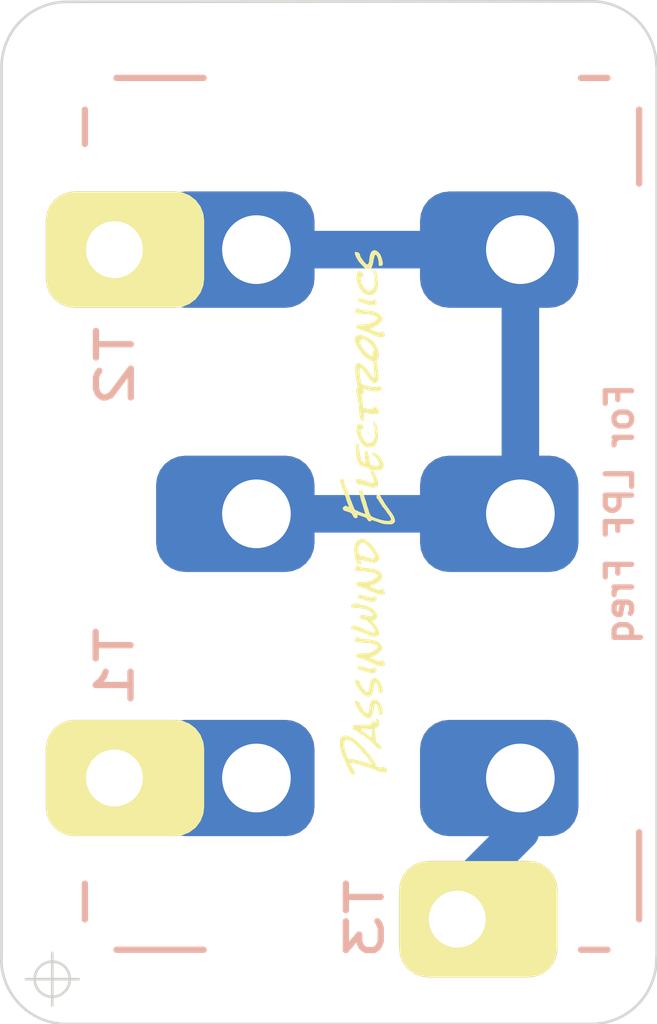
<source format=kicad_pcb>
(kicad_pcb (version 20171130) (host pcbnew "(5.1.5)-3")

  (general
    (thickness 1.6)
    (drawings 10)
    (tracks 9)
    (zones 0)
    (modules 5)
    (nets 1)
  )

  (page A4)
  (layers
    (0 F.Cu signal)
    (31 B.Cu signal)
    (32 B.Adhes user)
    (33 F.Adhes user)
    (34 B.Paste user)
    (35 F.Paste user)
    (36 B.SilkS user)
    (37 F.SilkS user)
    (38 B.Mask user)
    (39 F.Mask user)
    (40 Dwgs.User user)
    (41 Cmts.User user)
    (42 Eco1.User user)
    (43 Eco2.User user)
    (44 Edge.Cuts user)
    (45 Margin user)
    (46 B.CrtYd user)
    (47 F.CrtYd user)
    (48 B.Fab user)
    (49 F.Fab user)
  )

  (setup
    (last_trace_width 0.25)
    (user_trace_width 0.508)
    (user_trace_width 0.7112)
    (trace_clearance 0.2)
    (zone_clearance 0.508)
    (zone_45_only no)
    (trace_min 0.2)
    (via_size 0.8)
    (via_drill 0.4)
    (via_min_size 0.4)
    (via_min_drill 0.3)
    (uvia_size 0.3)
    (uvia_drill 0.1)
    (uvias_allowed no)
    (uvia_min_size 0.2)
    (uvia_min_drill 0.1)
    (edge_width 0.05)
    (segment_width 0.2)
    (pcb_text_width 0.3)
    (pcb_text_size 1.5 1.5)
    (mod_edge_width 0.12)
    (mod_text_size 1 1)
    (mod_text_width 0.15)
    (pad_size 3 2.2)
    (pad_drill 1.076)
    (pad_to_mask_clearance 0.051)
    (solder_mask_min_width 0.25)
    (aux_axis_origin 146.40052 91.53144)
    (visible_elements 7FFFFFFF)
    (pcbplotparams
      (layerselection 0x010fc_ffffffff)
      (usegerberextensions false)
      (usegerberattributes false)
      (usegerberadvancedattributes false)
      (creategerberjobfile false)
      (excludeedgelayer true)
      (linewidth 0.100000)
      (plotframeref false)
      (viasonmask false)
      (mode 1)
      (useauxorigin false)
      (hpglpennumber 1)
      (hpglpenspeed 20)
      (hpglpendiameter 15.000000)
      (psnegative false)
      (psa4output false)
      (plotreference true)
      (plotvalue true)
      (plotinvisibletext false)
      (padsonsilk false)
      (subtractmaskfromsilk false)
      (outputformat 1)
      (mirror false)
      (drillshape 1)
      (scaleselection 1)
      (outputdirectory ""))
  )

  (net 0 "")

  (net_class Default "This is the default net class."
    (clearance 0.2)
    (trace_width 0.25)
    (via_dia 0.8)
    (via_drill 0.4)
    (uvia_dia 0.3)
    (uvia_drill 0.1)
  )

  (module .pretty:AlphaDualPot (layer F.Cu) (tedit 60E54665) (tstamp 60B10EA6)
    (at 156.33 86.82)
    (descr "Potentiometer, vertically mounted, Omeg PC16PU, Omeg PC16PU, Omeg PC16PU, Vishay/Spectrol 248GJ/249GJ Single, Vishay/Spectrol 248GJ/249GJ Single, Vishay/Spectrol 248GJ/249GJ Single, Vishay/Spectrol 248GH/249GH Single, Vishay/Spectrol 148/149 Single, Vishay/Spectrol 148/149 Single, Vishay/Spectrol 148/149 Single, Vishay/Spectrol 148A/149A Single with mounting plates, Vishay/Spectrol 148/149 Double, Vishay/Spectrol 148A/149A Double with mounting plates, Piher PC-16 Single, Piher PC-16 Single, Piher PC-16 Single, Piher PC-16SV Single, Piher PC-16 Double, Piher PC-16 Triple, Piher T16H Single, Piher T16L Single, Piher T16H Double, Alps RK163 Single, Alps RK163 Double, http://www.alps.com/prod/info/E/PDF/Potentiometer/MetalShaft/RK163/RK163.PDF")
    (tags "Potentiometer vertical  Omeg PC16PU  Omeg PC16PU  Omeg PC16PU  Vishay/Spectrol 248GJ/249GJ Single  Vishay/Spectrol 248GJ/249GJ Single  Vishay/Spectrol 248GJ/249GJ Single  Vishay/Spectrol 248GH/249GH Single  Vishay/Spectrol 148/149 Single  Vishay/Spectrol 148/149 Single  Vishay/Spectrol 148/149 Single  Vishay/Spectrol 148A/149A Single with mounting plates  Vishay/Spectrol 148/149 Double  Vishay/Spectrol 148A/149A Double with mounting plates  Piher PC-16 Single  Piher PC-16 Single  Piher PC-16 Single  Piher PC-16SV Single  Piher PC-16 Double  Piher PC-16 Triple  Piher T16H Single  Piher T16L Single  Piher T16H Double  Alps RK163 Single  Alps RK163 Double")
    (fp_text reference "Alpha RV16 Dual Pot" (at 1.8889 -4.9736 90) (layer F.SilkS) hide
      (effects (font (size 0.33 0.33) (thickness 0.0825)))
    )
    (fp_text value DUAL_POT (at 0 1.675) (layer F.SilkS) hide
      (effects (font (size 0.3 0.3) (thickness 0.075)))
    )
    (fp_line (start -7.65 -13.25) (end -6 -13.25) (layer B.SilkS) (width 0.12))
    (fp_line (start -7.65 3.25) (end -6 3.25) (layer B.SilkS) (width 0.12))
    (fp_line (start -8.25 -12.65) (end -8.25 -12) (layer B.SilkS) (width 0.12))
    (fp_line (start 1.15 -13.25) (end 1.65 -13.25) (layer B.SilkS) (width 0.12))
    (fp_line (start 1.15 3.25) (end 1.65 3.25) (layer B.SilkS) (width 0.12))
    (fp_line (start -8.25 2) (end -8.25 2.675) (layer B.SilkS) (width 0.12))
    (fp_line (start 2.25 -12.65) (end 2.25 -11.25) (layer B.SilkS) (width 0.12))
    (fp_line (start 2.25 1.025) (end 2.25 2.675) (layer B.SilkS) (width 0.12))
    (pad 4 thru_hole roundrect (at -5 0) (size 3 2.2) (drill 1.3 (offset -0.4 0)) (layers *.Cu *.Mask) (roundrect_rratio 0.25))
    (pad 5 thru_hole roundrect (at -5 -5) (size 3 2.2) (drill 1.3 (offset -0.4 0)) (layers *.Cu *.Mask) (roundrect_rratio 0.25))
    (pad 6 thru_hole roundrect (at -5 -10) (size 3 2.2) (drill 1.3 (offset -0.4 0)) (layers *.Cu *.Mask) (roundrect_rratio 0.25))
    (pad 1 thru_hole roundrect (at 0 0) (size 3 2.2) (drill 1.3 (offset -0.4 0)) (layers *.Cu *.Mask) (roundrect_rratio 0.25))
    (pad 2 thru_hole roundrect (at 0 -5) (size 3 2.2) (drill 1.3 (offset -0.4 0)) (layers *.Cu *.Mask) (roundrect_rratio 0.25))
    (pad 3 thru_hole roundrect (at 0 -10) (size 3 2.2) (drill 1.3 (offset -0.4 0)) (layers *.Cu *.Mask) (roundrect_rratio 0.25))
    (model Potentiometers.3dshapes/Potentiometer_Alps_RK163_Double_Vertical.wrl
      (at (xyz 0 0 0))
      (scale (xyz 1 1 1))
      (rotate (xyz 0 0 0))
    )
  )

  (module .pretty:PassinwindElectronics_100_10mm (layer F.Cu) (tedit 60A0AF65) (tstamp 60B150A7)
    (at 153.43124 81.82356 90)
    (fp_text reference PWE (at 0 0 270) (layer F.SilkS) hide
      (effects (font (size 0.05 0.05) (thickness 0.0125)))
    )
    (fp_text value LOGO (at 0.75 0 270) (layer F.SilkS) hide
      (effects (font (size 0.05 0.05) (thickness 0.0125)))
    )
    (fp_poly (pts (xy 0.640054 -0.515822) (xy 0.648175 -0.510508) (xy 0.648814 -0.509271) (xy 0.655605 -0.498543)
      (xy 0.659416 -0.494929) (xy 0.663744 -0.486194) (xy 0.663271 -0.473513) (xy 0.65891 -0.46134)
      (xy 0.65157 -0.454131) (xy 0.65103 -0.453946) (xy 0.639261 -0.449301) (xy 0.633412 -0.446428)
      (xy 0.621255 -0.443635) (xy 0.614823 -0.444455) (xy 0.611178 -0.445044) (xy 0.605867 -0.444568)
      (xy 0.59785 -0.442669) (xy 0.586088 -0.43899) (xy 0.569541 -0.433172) (xy 0.547169 -0.424859)
      (xy 0.517932 -0.413693) (xy 0.48079 -0.399316) (xy 0.45974 -0.391128) (xy 0.433163 -0.38078)
      (xy 0.405813 -0.370134) (xy 0.381485 -0.360667) (xy 0.3683 -0.355537) (xy 0.348473 -0.347739)
      (xy 0.330332 -0.340454) (xy 0.317724 -0.33523) (xy 0.3175 -0.335133) (xy 0.305978 -0.330799)
      (xy 0.298868 -0.329274) (xy 0.298686 -0.329301) (xy 0.292361 -0.327847) (xy 0.28004 -0.323315)
      (xy 0.270746 -0.319433) (xy 0.256587 -0.313533) (xy 0.235653 -0.305143) (xy 0.210682 -0.295346)
      (xy 0.184411 -0.285225) (xy 0.182402 -0.284459) (xy 0.145259 -0.269988) (xy 0.116869 -0.258122)
      (xy 0.096301 -0.248397) (xy 0.082622 -0.240347) (xy 0.074901 -0.233505) (xy 0.072689 -0.229641)
      (xy 0.069312 -0.221532) (xy 0.06265 -0.20668) (xy 0.053801 -0.187509) (xy 0.047536 -0.174171)
      (xy 0.038233 -0.153985) (xy 0.030857 -0.137002) (xy 0.026348 -0.125447) (xy 0.0254 -0.121848)
      (xy 0.02322 -0.113942) (xy 0.017882 -0.101837) (xy 0.016988 -0.100078) (xy 0.010207 -0.084747)
      (xy 0.004523 -0.067999) (xy 0.00059 -0.052472) (xy -0.00094 -0.0408) (xy 0.000589 -0.035621)
      (xy 0.000986 -0.035561) (xy 0.008175 -0.037023) (xy 0.023348 -0.041066) (xy 0.044811 -0.047173)
      (xy 0.070872 -0.054829) (xy 0.099836 -0.063518) (xy 0.130011 -0.072724) (xy 0.159704 -0.081931)
      (xy 0.187221 -0.090622) (xy 0.21087 -0.098282) (xy 0.228957 -0.104396) (xy 0.23876 -0.108017)
      (xy 0.252858 -0.112804) (xy 0.269073 -0.117122) (xy 0.26924 -0.117159) (xy 0.284625 -0.120792)
      (xy 0.304162 -0.125647) (xy 0.31496 -0.12842) (xy 0.337374 -0.134059) (xy 0.361577 -0.139857)
      (xy 0.37084 -0.141983) (xy 0.389901 -0.146612) (xy 0.40758 -0.151464) (xy 0.414955 -0.153773)
      (xy 0.430799 -0.156065) (xy 0.441789 -0.149951) (xy 0.448708 -0.134869) (xy 0.450064 -0.128746)
      (xy 0.449117 -0.110487) (xy 0.439262 -0.096244) (xy 0.421235 -0.086831) (xy 0.409885 -0.084265)
      (xy 0.395466 -0.081079) (xy 0.372584 -0.074784) (xy 0.342334 -0.065714) (xy 0.305813 -0.054203)
      (xy 0.264115 -0.040584) (xy 0.23876 -0.032111) (xy 0.221614 -0.026746) (xy 0.199696 -0.020431)
      (xy 0.18034 -0.015215) (xy 0.147107 -0.006064) (xy 0.122814 0.001862) (xy 0.107907 0.008409)
      (xy 0.104394 0.010853) (xy 0.095655 0.014506) (xy 0.089154 0.015214) (xy 0.073928 0.017456)
      (xy 0.052918 0.023481) (xy 0.028885 0.032158) (xy 0.004592 0.042356) (xy -0.017199 0.052944)
      (xy -0.033726 0.06279) (xy -0.040332 0.068252) (xy -0.050747 0.083116) (xy -0.062487 0.106174)
      (xy -0.074969 0.13564) (xy -0.087607 0.169731) (xy -0.099817 0.20666) (xy -0.111015 0.244643)
      (xy -0.120616 0.281895) (xy -0.128034 0.316631) (xy -0.132687 0.347065) (xy -0.133159 0.351665)
      (xy -0.135301 0.376853) (xy -0.136041 0.394657) (xy -0.135228 0.407776) (xy -0.132713 0.418907)
      (xy -0.128825 0.429565) (xy -0.11938 0.45298) (xy -0.097774 0.450105) (xy -0.070442 0.443013)
      (xy -0.04164 0.428433) (xy -0.009834 0.405581) (xy -0.00908 0.404973) (xy 0.017422 0.384089)
      (xy 0.036998 0.369964) (xy 0.05005 0.362322) (xy 0.055722 0.36068) (xy 0.062527 0.357093)
      (xy 0.072021 0.348198) (xy 0.074439 0.34544) (xy 0.084269 0.335625) (xy 0.092524 0.330441)
      (xy 0.093905 0.3302) (xy 0.101002 0.326643) (xy 0.11127 0.31765) (xy 0.116158 0.31242)
      (xy 0.126002 0.301881) (xy 0.133097 0.295506) (xy 0.134785 0.29464) (xy 0.139874 0.291961)
      (xy 0.151763 0.284608) (xy 0.16884 0.27361) (xy 0.189496 0.25999) (xy 0.196564 0.25527)
      (xy 0.219562 0.24004) (xy 0.24101 0.22616) (xy 0.25877 0.214991) (xy 0.270703 0.207895)
      (xy 0.272233 0.207069) (xy 0.285114 0.198345) (xy 0.294168 0.18874) (xy 0.294772 0.187712)
      (xy 0.299317 0.181732) (xy 0.30653 0.178962) (xy 0.319341 0.178689) (xy 0.329272 0.179302)
      (xy 0.35814 0.181417) (xy 0.359653 0.206903) (xy 0.360078 0.22234) (xy 0.357757 0.231562)
      (xy 0.350831 0.238476) (xy 0.341873 0.244265) (xy 0.325911 0.2535) (xy 0.310556 0.261489)
      (xy 0.307564 0.262884) (xy 0.293686 0.270453) (xy 0.278068 0.280779) (xy 0.274544 0.283395)
      (xy 0.258201 0.294391) (xy 0.239265 0.305123) (xy 0.23368 0.307878) (xy 0.212375 0.31944)
      (xy 0.184704 0.336993) (xy 0.15187 0.359753) (xy 0.13462 0.372305) (xy 0.123215 0.380591)
      (xy 0.106658 0.392465) (xy 0.088104 0.405667) (xy 0.08382 0.4087) (xy 0.062709 0.423791)
      (xy 0.040456 0.439951) (xy 0.021606 0.453878) (xy 0.02032 0.454843) (xy -0.021752 0.483544)
      (xy -0.059855 0.50335) (xy -0.094483 0.514494) (xy -0.112357 0.517023) (xy -0.146046 0.519434)
      (xy -0.16621 0.49927) (xy -0.182546 0.478687) (xy -0.189323 0.460931) (xy -0.190426 0.447801)
      (xy -0.190785 0.428491) (xy -0.190503 0.405246) (xy -0.189679 0.380312) (xy -0.188415 0.355932)
      (xy -0.186811 0.334351) (xy -0.184969 0.317815) (xy -0.18299 0.308568) (xy -0.182427 0.307594)
      (xy -0.179164 0.299463) (xy -0.177801 0.286672) (xy -0.1778 0.286626) (xy -0.175477 0.273225)
      (xy -0.170011 0.264019) (xy -0.164455 0.256241) (xy -0.164218 0.251967) (xy -0.163602 0.244403)
      (xy -0.159869 0.231029) (xy -0.156236 0.22098) (xy -0.143285 0.187003) (xy -0.131978 0.155381)
      (xy -0.122714 0.12741) (xy -0.115888 0.104384) (xy -0.1119 0.087595) (xy -0.111147 0.078339)
      (xy -0.111986 0.076971) (xy -0.119973 0.072047) (xy -0.128076 0.064964) (xy -0.134791 0.05202)
      (xy -0.133377 0.036834) (xy -0.124911 0.021456) (xy -0.110473 0.007936) (xy -0.093389 -0.000906)
      (xy -0.082741 -0.006531) (xy -0.074113 -0.016181) (xy -0.065348 -0.032446) (xy -0.063183 -0.03718)
      (xy -0.055167 -0.056319) (xy -0.046503 -0.079117) (xy -0.037742 -0.103835) (xy -0.029438 -0.128733)
      (xy -0.022142 -0.152069) (xy -0.016406 -0.172105) (xy -0.012782 -0.187099) (xy -0.011824 -0.195311)
      (xy -0.012697 -0.196285) (xy -0.021354 -0.194081) (xy -0.035614 -0.191421) (xy -0.041726 -0.190453)
      (xy -0.0559 -0.188822) (xy -0.063604 -0.190471) (xy -0.068362 -0.196854) (xy -0.070808 -0.202446)
      (xy -0.074574 -0.216999) (xy -0.072379 -0.232204) (xy -0.071219 -0.235922) (xy -0.066256 -0.247629)
      (xy -0.061519 -0.253744) (xy -0.060665 -0.254001) (xy -0.054256 -0.256554) (xy -0.042179 -0.263198)
      (xy -0.029309 -0.271074) (xy -0.013282 -0.280754) (xy 0.000769 -0.288311) (xy 0.008122 -0.291493)
      (xy 0.016419 -0.298112) (xy 0.025156 -0.313363) (xy 0.031595 -0.329029) (xy 0.042001 -0.357061)
      (xy 0.049481 -0.377988) (xy 0.054813 -0.394165) (xy 0.058776 -0.407946) (xy 0.061932 -0.420744)
      (xy 0.068548 -0.438575) (xy 0.079892 -0.450425) (xy 0.083041 -0.452475) (xy 0.095897 -0.459023)
      (xy 0.106301 -0.462204) (xy 0.107264 -0.462262) (xy 0.120442 -0.457855) (xy 0.133703 -0.446384)
      (xy 0.144352 -0.430554) (xy 0.147997 -0.421382) (xy 0.151306 -0.407387) (xy 0.150278 -0.39861)
      (xy 0.146009 -0.392444) (xy 0.139729 -0.381516) (xy 0.134892 -0.366509) (xy 0.134484 -0.36449)
      (xy 0.13275 -0.352099) (xy 0.134682 -0.346713) (xy 0.141597 -0.345452) (xy 0.143198 -0.34544)
      (xy 0.155168 -0.347714) (xy 0.161266 -0.351259) (xy 0.169535 -0.35624) (xy 0.185413 -0.363216)
      (xy 0.206722 -0.37145) (xy 0.231286 -0.380208) (xy 0.256926 -0.388754) (xy 0.281465 -0.396353)
      (xy 0.302726 -0.40227) (xy 0.318532 -0.405768) (xy 0.324531 -0.406401) (xy 0.333101 -0.408385)
      (xy 0.33528 -0.411384) (xy 0.339623 -0.416041) (xy 0.34925 -0.419758) (xy 0.361849 -0.423733)
      (xy 0.378961 -0.430232) (xy 0.38989 -0.434816) (xy 0.40419 -0.440512) (xy 0.413901 -0.443313)
      (xy 0.416637 -0.442951) (xy 0.418918 -0.442737) (xy 0.420447 -0.4445) (xy 0.427339 -0.449212)
      (xy 0.440608 -0.455442) (xy 0.456875 -0.461859) (xy 0.472764 -0.467135) (xy 0.484898 -0.469941)
      (xy 0.48514 -0.469969) (xy 0.505674 -0.474939) (xy 0.52578 -0.483021) (xy 0.53571 -0.486795)
      (xy 0.551839 -0.492227) (xy 0.570015 -0.497938) (xy 0.587416 -0.503756) (xy 0.600701 -0.5092)
      (xy 0.607081 -0.513124) (xy 0.607145 -0.513218) (xy 0.614955 -0.517612) (xy 0.627453 -0.518335)
      (xy 0.640054 -0.515822)) (layer F.SilkS) (width 0.01))
    (fp_poly (pts (xy -4.30521 -0.51525) (xy -4.28291 -0.514595) (xy -4.266843 -0.513289) (xy -4.255045 -0.511117)
      (xy -4.245554 -0.507866) (xy -4.239513 -0.504981) (xy -4.224405 -0.493496) (xy -4.210423 -0.476696)
      (xy -4.199384 -0.457608) (xy -4.193104 -0.439259) (xy -4.192746 -0.42705) (xy -4.194982 -0.415722)
      (xy -4.198422 -0.398049) (xy -4.20236 -0.377667) (xy -4.202737 -0.375708) (xy -4.210942 -0.343518)
      (xy -4.223378 -0.312621) (xy -4.241085 -0.281115) (xy -4.265108 -0.247098) (xy -4.290331 -0.2159)
      (xy -4.311842 -0.191497) (xy -4.338018 -0.163483) (xy -4.367223 -0.133461) (xy -4.397821 -0.103032)
      (xy -4.428175 -0.073799) (xy -4.456649 -0.047363) (xy -4.481608 -0.025327) (xy -4.501169 -0.009476)
      (xy -4.519897 0.005246) (xy -4.540544 0.022436) (xy -4.553543 0.033816) (xy -4.571324 0.048629)
      (xy -4.593202 0.065135) (xy -4.614538 0.079838) (xy -4.61518 0.080253) (xy -4.636419 0.09404)
      (xy -4.661567 0.110523) (xy -4.686097 0.126732) (xy -4.692673 0.131106) (xy -4.714209 0.144534)
      (xy -4.736157 0.156685) (xy -4.754962 0.165645) (xy -4.761253 0.168058) (xy -4.776666 0.173752)
      (xy -4.785413 0.179659) (xy -4.790524 0.189036) (xy -4.794762 0.2041) (xy -4.801104 0.231888)
      (xy -4.804312 0.252566) (xy -4.804299 0.265288) (xy -4.801364 0.26924) (xy -4.795341 0.273552)
      (xy -4.792444 0.284582) (xy -4.792413 0.299469) (xy -4.794987 0.31535) (xy -4.799908 0.329363)
      (xy -4.806914 0.338649) (xy -4.807724 0.33921) (xy -4.813851 0.346271) (xy -4.819649 0.35687)
      (xy -4.825633 0.36639) (xy -4.834785 0.370245) (xy -4.844942 0.370765) (xy -4.861478 0.368978)
      (xy -4.875888 0.364733) (xy -4.8768 0.364296) (xy -4.886097 0.355924) (xy -4.891142 0.341864)
      (xy -4.891884 0.321474) (xy -4.888266 0.294114) (xy -4.880235 0.259143) (xy -4.867736 0.215921)
      (xy -4.862966 0.20081) (xy -4.855215 0.177544) (xy -4.847868 0.157077) (xy -4.841829 0.141831)
      (xy -4.838386 0.13477) (xy -4.834226 0.126418) (xy -4.827706 0.111137) (xy -4.819659 0.091128)
      (xy -4.816931 0.08409) (xy -4.7498 0.08409) (xy -4.745735 0.086426) (xy -4.735752 0.085086)
      (xy -4.723168 0.080629) (xy -4.719968 0.079074) (xy -4.707572 0.071217) (xy -4.699278 0.063834)
      (xy -4.689939 0.057069) (xy -4.684408 0.055696) (xy -4.676431 0.052262) (xy -4.662076 0.042745)
      (xy -4.642359 0.028031) (xy -4.618297 0.009004) (xy -4.590908 -0.013452) (xy -4.561208 -0.038451)
      (xy -4.530214 -0.06511) (xy -4.498943 -0.092544) (xy -4.468413 -0.119868) (xy -4.439639 -0.146198)
      (xy -4.41364 -0.170649) (xy -4.391431 -0.192337) (xy -4.37403 -0.210377) (xy -4.362454 -0.223884)
      (xy -4.361482 -0.22519) (xy -4.350128 -0.239544) (xy -4.33903 -0.251631) (xy -4.334872 -0.255403)
      (xy -4.32533 -0.265622) (xy -4.320581 -0.274194) (xy -4.315172 -0.284167) (xy -4.305723 -0.296461)
      (xy -4.303346 -0.299093) (xy -4.291984 -0.315049) (xy -4.281155 -0.336531) (xy -4.272507 -0.359539)
      (xy -4.267687 -0.380077) (xy -4.2672 -0.386785) (xy -4.270959 -0.409424) (xy -4.282441 -0.425511)
      (xy -4.30196 -0.435441) (xy -4.306478 -0.436636) (xy -4.340482 -0.441999) (xy -4.377192 -0.442429)
      (xy -4.417713 -0.437734) (xy -4.463147 -0.427723) (xy -4.514599 -0.412204) (xy -4.573173 -0.390986)
      (xy -4.575853 -0.389949) (xy -4.600616 -0.380094) (xy -4.617389 -0.372514) (xy -4.627765 -0.366102)
      (xy -4.633333 -0.359749) (xy -4.635685 -0.352348) (xy -4.636148 -0.34798) (xy -4.637571 -0.337263)
      (xy -4.640413 -0.321148) (xy -4.642391 -0.311199) (xy -4.645004 -0.2947) (xy -4.645658 -0.281538)
      (xy -4.644961 -0.27687) (xy -4.64539 -0.267325) (xy -4.650182 -0.25668) (xy -4.655562 -0.242725)
      (xy -4.658236 -0.223575) (xy -4.65836 -0.218492) (xy -4.660255 -0.198706) (xy -4.665103 -0.176128)
      (xy -4.668989 -0.163704) (xy -4.676366 -0.142865) (xy -4.682234 -0.124316) (xy -4.687918 -0.103626)
      (xy -4.692914 -0.08382) (xy -4.696411 -0.071795) (xy -4.702617 -0.05253) (xy -4.710762 -0.028334)
      (xy -4.72008 -0.001515) (xy -4.723867 0.00916) (xy -4.732866 0.034515) (xy -4.740509 0.05632)
      (xy -4.746205 0.072865) (xy -4.74936 0.082439) (xy -4.7498 0.08409) (xy -4.816931 0.08409)
      (xy -4.810919 0.068587) (xy -4.802319 0.045715) (xy -4.794695 0.024708) (xy -4.788879 0.007766)
      (xy -4.785705 -0.002914) (xy -4.78536 -0.005035) (xy -4.783503 -0.012267) (xy -4.778661 -0.025736)
      (xy -4.77266 -0.04064) (xy -4.765923 -0.058646) (xy -4.761318 -0.074776) (xy -4.75996 -0.083846)
      (xy -4.757128 -0.098525) (xy -4.752682 -0.108129) (xy -4.747355 -0.11992) (xy -4.74101 -0.139447)
      (xy -4.734208 -0.164409) (xy -4.727511 -0.192504) (xy -4.721479 -0.221433) (xy -4.716676 -0.248895)
      (xy -4.714533 -0.264406) (xy -4.711776 -0.285664) (xy -4.708986 -0.304177) (xy -4.70666 -0.316728)
      (xy -4.706149 -0.31877) (xy -4.706145 -0.327095) (xy -4.712617 -0.329914) (xy -4.725863 -0.327113)
      (xy -4.746183 -0.31858) (xy -4.773875 -0.3042) (xy -4.809237 -0.283861) (xy -4.828115 -0.272502)
      (xy -4.849663 -0.259723) (xy -4.868505 -0.249164) (xy -4.882743 -0.241847) (xy -4.890478 -0.238792)
      (xy -4.890847 -0.238761) (xy -4.903846 -0.241472) (xy -4.917464 -0.248161) (xy -4.928231 -0.256661)
      (xy -4.93268 -0.264804) (xy -4.93268 -0.264902) (xy -4.927979 -0.287858) (xy -4.914284 -0.306657)
      (xy -4.892791 -0.320202) (xy -4.87663 -0.328219) (xy -4.863405 -0.336625) (xy -4.858704 -0.34071)
      (xy -4.85076 -0.347017) (xy -4.845852 -0.347691) (xy -4.839674 -0.34863) (xy -4.827363 -0.353317)
      (xy -4.811597 -0.360441) (xy -4.795054 -0.368691) (xy -4.780413 -0.376757) (xy -4.770351 -0.383327)
      (xy -4.767659 -0.385954) (xy -4.760252 -0.390691) (xy -4.756801 -0.39116) (xy -4.748202 -0.393219)
      (xy -4.734119 -0.398521) (xy -4.722811 -0.403516) (xy -4.703874 -0.411871) (xy -4.680722 -0.42136)
      (xy -4.6609 -0.428978) (xy -4.641148 -0.436564) (xy -4.623285 -0.443949) (xy -4.611119 -0.449559)
      (xy -4.610959 -0.449643) (xy -4.598428 -0.455021) (xy -4.5889 -0.4572) (xy -4.579713 -0.460171)
      (xy -4.568361 -0.467318) (xy -4.568307 -0.467361) (xy -4.555837 -0.474651) (xy -4.544645 -0.477632)
      (xy -4.533587 -0.479758) (xy -4.518346 -0.484984) (xy -4.51195 -0.487705) (xy -4.496333 -0.493677)
      (xy -4.482777 -0.49702) (xy -4.47893 -0.497298) (xy -4.468072 -0.498672) (xy -4.451908 -0.5026)
      (xy -4.43992 -0.506274) (xy -4.425927 -0.510205) (xy -4.410088 -0.512897) (xy -4.390245 -0.514542)
      (xy -4.364243 -0.51533) (xy -4.335704 -0.515468) (xy -4.30521 -0.51525)) (layer F.SilkS) (width 0.01))
    (fp_poly (pts (xy -2.390452 -0.22717) (xy -2.36872 -0.222703) (xy -2.348982 -0.214925) (xy -2.344816 -0.212517)
      (xy -2.333239 -0.204219) (xy -2.328588 -0.196816) (xy -2.328833 -0.186403) (xy -2.32942 -0.18288)
      (xy -2.332774 -0.17059) (xy -2.336891 -0.163652) (xy -2.337496 -0.163317) (xy -2.344116 -0.158618)
      (xy -2.353414 -0.149676) (xy -2.353921 -0.149132) (xy -2.359179 -0.142069) (xy -2.363125 -0.132622)
      (xy -2.366257 -0.118723) (xy -2.369076 -0.09831) (xy -2.371308 -0.077255) (xy -2.374016 -0.048082)
      (xy -2.376583 -0.01727) (xy -2.378652 0.010753) (xy -2.379563 0.0254) (xy -2.383377 0.064045)
      (xy -2.390278 0.10325) (xy -2.399654 0.140919) (xy -2.410892 0.174953) (xy -2.423381 0.203255)
      (xy -2.436506 0.223727) (xy -2.437979 0.22543) (xy -2.448656 0.235286) (xy -2.464809 0.247907)
      (xy -2.48322 0.260799) (xy -2.486045 0.262646) (xy -2.504623 0.274121) (xy -2.518929 0.280488)
      (xy -2.53176 0.281669) (xy -2.545915 0.277586) (xy -2.564193 0.268162) (xy -2.577984 0.260101)
      (xy -2.607007 0.238125) (xy -2.634524 0.208308) (xy -2.658622 0.172959) (xy -2.672588 0.145815)
      (xy -2.680426 0.129406) (xy -2.687504 0.116432) (xy -2.691638 0.11049) (xy -2.696216 0.101169)
      (xy -2.697614 0.091694) (xy -2.699804 0.078832) (xy -2.705092 0.062808) (xy -2.706963 0.05842)
      (xy -2.716179 0.0381) (xy -2.73223 0.069705) (xy -2.740304 0.08663) (xy -2.746069 0.100673)
      (xy -2.74828 0.108804) (xy -2.74828 0.108822) (xy -2.752121 0.118154) (xy -2.754663 0.120397)
      (xy -2.759413 0.127281) (xy -2.765686 0.141511) (xy -2.772659 0.160547) (xy -2.779509 0.18185)
      (xy -2.785413 0.20288) (xy -2.78955 0.221097) (xy -2.791075 0.23281) (xy -2.787239 0.254289)
      (xy -2.780176 0.265819) (xy -2.772449 0.277013) (xy -2.768675 0.285639) (xy -2.7686 0.286438)
      (xy -2.773481 0.299295) (xy -2.787443 0.310229) (xy -2.806991 0.317753) (xy -2.823701 0.322335)
      (xy -2.837688 0.326161) (xy -2.84226 0.327408) (xy -2.853973 0.326627) (xy -2.86258 0.322337)
      (xy -2.867584 0.317183) (xy -2.870626 0.30962) (xy -2.872161 0.297302) (xy -2.872642 0.277887)
      (xy -2.872648 0.270281) (xy -2.871546 0.245226) (xy -2.867989 0.220511) (xy -2.861443 0.194447)
      (xy -2.851373 0.165346) (xy -2.837245 0.131518) (xy -2.818524 0.091276) (xy -2.811198 0.0762)
      (xy -2.799333 0.05163) (xy -2.789166 0.029903) (xy -2.781517 0.012827) (xy -2.777208 0.002209)
      (xy -2.776574 0) (xy -2.773975 -0.00885) (xy -2.768491 -0.022898) (xy -2.764769 -0.031442)
      (xy -2.759135 -0.046036) (xy -2.752073 -0.067463) (xy -2.744541 -0.092679) (xy -2.73837 -0.115262)
      (xy -2.728591 -0.149824) (xy -2.719292 -0.175304) (xy -2.70974 -0.192706) (xy -2.699196 -0.203035)
      (xy -2.686927 -0.207295) (xy -2.672196 -0.206492) (xy -2.67164 -0.206387) (xy -2.660761 -0.204112)
      (xy -2.65291 -0.201107) (xy -2.647578 -0.195846) (xy -2.644254 -0.186804) (xy -2.642429 -0.172456)
      (xy -2.641593 -0.151278) (xy -2.641236 -0.121745) (xy -2.641182 -0.115312) (xy -2.640679 -0.087861)
      (xy -2.639726 -0.064122) (xy -2.638437 -0.045893) (xy -2.636924 -0.034971) (xy -2.635977 -0.032684)
      (xy -2.633268 -0.026354) (xy -2.631592 -0.01352) (xy -2.63134 -0.006051) (xy -2.629166 0.012335)
      (xy -2.623503 0.036125) (xy -2.615453 0.061994) (xy -2.606123 0.086621) (xy -2.596614 0.106682)
      (xy -2.590917 0.115627) (xy -2.581986 0.127903) (xy -2.570744 0.144252) (xy -2.563908 0.154574)
      (xy -2.543706 0.18019) (xy -2.52278 0.195919) (xy -2.51206 0.200128) (xy -2.501367 0.197974)
      (xy -2.490059 0.185743) (xy -2.478169 0.163499) (xy -2.465729 0.131303) (xy -2.452773 0.089218)
      (xy -2.451151 0.08338) (xy -2.447434 0.065807) (xy -2.443505 0.040185) (xy -2.439596 0.008613)
      (xy -2.435937 -0.026806) (xy -2.432759 -0.063973) (xy -2.430293 -0.100786) (xy -2.429711 -0.11176)
      (xy -2.427383 -0.15162) (xy -2.424725 -0.184197) (xy -2.421838 -0.208369) (xy -2.42015 -0.217854)
      (xy -2.417873 -0.224789) (xy -2.413117 -0.227985) (xy -2.403126 -0.228305) (xy -2.390452 -0.22717)) (layer F.SilkS) (width 0.01))
    (fp_poly (pts (xy -1.038364 -0.227087) (xy -1.015034 -0.222242) (xy -0.995918 -0.213645) (xy -0.982743 -0.20251)
      (xy -0.977236 -0.190049) (xy -0.977679 -0.184496) (xy -0.983176 -0.173227) (xy -0.993215 -0.159899)
      (xy -0.997422 -0.155401) (xy -1.005435 -0.146564) (xy -1.010894 -0.137484) (xy -1.014747 -0.12549)
      (xy -1.017942 -0.107909) (xy -1.020277 -0.090986) (xy -1.023196 -0.066082) (xy -1.026316 -0.035255)
      (xy -1.029231 -0.002725) (xy -1.031227 0.02286) (xy -1.036495 0.076827) (xy -1.044199 0.122078)
      (xy -1.054736 0.159852) (xy -1.068505 0.191386) (xy -1.085906 0.217917) (xy -1.098704 0.23241)
      (xy -1.112252 0.245417) (xy -1.123636 0.254912) (xy -1.130603 0.259034) (xy -1.131007 0.25908)
      (xy -1.138553 0.262129) (xy -1.149656 0.269704) (xy -1.152726 0.272193) (xy -1.164239 0.279899)
      (xy -1.176039 0.282545) (xy -1.190116 0.279797) (xy -1.208461 0.271322) (xy -1.228753 0.259453)
      (xy -1.261675 0.233967) (xy -1.291285 0.20082) (xy -1.315552 0.16243) (xy -1.322799 0.14732)
      (xy -1.330622 0.130216) (xy -1.337383 0.116687) (xy -1.34166 0.109574) (xy -1.34175 0.109474)
      (xy -1.345652 0.100538) (xy -1.3462 0.095606) (xy -1.348006 0.084913) (xy -1.352477 0.071201)
      (xy -1.358194 0.057875) (xy -1.36374 0.048338) (xy -1.366987 0.04572) (xy -1.371366 0.049852)
      (xy -1.378322 0.06028) (xy -1.386223 0.074049) (xy -1.393442 0.088207) (xy -1.398348 0.0998)
      (xy -1.399532 0.104721) (xy -1.402571 0.113377) (xy -1.405228 0.117421) (xy -1.409188 0.125093)
      (xy -1.415282 0.139924) (xy -1.422514 0.159407) (xy -1.426732 0.171537) (xy -1.436673 0.205407)
      (xy -1.440809 0.231735) (xy -1.43918 0.251292) (xy -1.431821 0.264847) (xy -1.43129 0.265394)
      (xy -1.423832 0.278037) (xy -1.422481 0.292243) (xy -1.427025 0.304304) (xy -1.43383 0.30958)
      (xy -1.443805 0.31316) (xy -1.45845 0.317989) (xy -1.474544 0.32306) (xy -1.488863 0.327367)
      (xy -1.498183 0.329904) (xy -1.499867 0.3302) (xy -1.504492 0.327116) (xy -1.513081 0.319655)
      (xy -1.513533 0.319236) (xy -1.519086 0.313351) (xy -1.522368 0.306775) (xy -1.523772 0.297069)
      (xy -1.523689 0.281792) (xy -1.522714 0.262086) (xy -1.52073 0.239431) (xy -1.517051 0.21735)
      (xy -1.511135 0.194194) (xy -1.502444 0.168313) (xy -1.490435 0.138059) (xy -1.47457 0.101782)
      (xy -1.459326 0.06858) (xy -1.441949 0.030979) (xy -1.428266 0.000545) (xy -1.417521 -0.024691)
      (xy -1.408958 -0.046696) (xy -1.40182 -0.06744) (xy -1.395352 -0.088888) (xy -1.388798 -0.11301)
      (xy -1.387185 -0.119195) (xy -1.377693 -0.152666) (xy -1.368593 -0.177113) (xy -1.359115 -0.193607)
      (xy -1.348491 -0.203219) (xy -1.335952 -0.207017) (xy -1.324411 -0.206642) (xy -1.309905 -0.204157)
      (xy -1.300049 -0.200055) (xy -1.294097 -0.192637) (xy -1.291298 -0.180203) (xy -1.290907 -0.161052)
      (xy -1.292173 -0.133487) (xy -1.292178 -0.133413) (xy -1.293279 -0.106725) (xy -1.293137 -0.087873)
      (xy -1.291777 -0.077739) (xy -1.290502 -0.0762) (xy -1.287703 -0.072472) (xy -1.288513 -0.068503)
      (xy -1.289497 -0.058125) (xy -1.288205 -0.04046) (xy -1.28506 -0.018016) (xy -1.280486 0.006697)
      (xy -1.274908 0.031174) (xy -1.26875 0.052904) (xy -1.26721 0.057498) (xy -1.259989 0.076059)
      (xy -1.250769 0.095278) (xy -1.238493 0.117035) (xy -1.222106 0.143206) (xy -1.201817 0.173796)
      (xy -1.186711 0.189954) (xy -1.172397 0.19731) (xy -1.160884 0.199472) (xy -1.152632 0.196744)
      (xy -1.1433 0.187518) (xy -1.142053 0.186074) (xy -1.130488 0.168137) (xy -1.119155 0.142694)
      (xy -1.108823 0.112381) (xy -1.100262 0.079838) (xy -1.094242 0.047702) (xy -1.091532 0.018612)
      (xy -1.091458 0.0127) (xy -1.090611 -0.001147) (xy -1.088351 -0.019674) (xy -1.086625 -0.03048)
      (xy -1.08461 -0.046032) (xy -1.082563 -0.068906) (xy -1.080701 -0.096265) (xy -1.079236 -0.125274)
      (xy -1.078997 -0.131358) (xy -1.077686 -0.158625) (xy -1.075952 -0.183163) (xy -1.073993 -0.202734)
      (xy -1.072009 -0.215096) (xy -1.071407 -0.217145) (xy -1.067894 -0.224414) (xy -1.062616 -0.227852)
      (xy -1.052656 -0.228337) (xy -1.038364 -0.227087)) (layer F.SilkS) (width 0.01))
    (fp_poly (pts (xy 3.833093 -0.227114) (xy 3.855514 -0.222194) (xy 3.876585 -0.213114) (xy 3.892657 -0.201619)
      (xy 3.896988 -0.196564) (xy 3.897569 -0.189253) (xy 3.894833 -0.178229) (xy 3.890326 -0.167891)
      (xy 3.885591 -0.16264) (xy 3.885052 -0.16256) (xy 3.87931 -0.159091) (xy 3.870637 -0.150627)
      (xy 3.869656 -0.149521) (xy 3.864972 -0.14319) (xy 3.861152 -0.135193) (xy 3.857984 -0.124213)
      (xy 3.855254 -0.108935) (xy 3.85275 -0.088044) (xy 3.850256 -0.060223) (xy 3.847561 -0.024157)
      (xy 3.846239 -0.00508) (xy 3.840838 0.05076) (xy 3.832751 0.101424) (xy 3.822256 0.145859)
      (xy 3.809633 0.183012) (xy 3.795163 0.211828) (xy 3.785043 0.22543) (xy 3.774355 0.235287)
      (xy 3.758193 0.247908) (xy 3.739776 0.260801) (xy 3.736955 0.262646) (xy 3.718377 0.274121)
      (xy 3.704071 0.280488) (xy 3.69124 0.281669) (xy 3.677085 0.277586) (xy 3.658807 0.268162)
      (xy 3.645016 0.260101) (xy 3.615993 0.238125) (xy 3.588476 0.208308) (xy 3.564378 0.172959)
      (xy 3.550412 0.145815) (xy 3.542574 0.129406) (xy 3.535496 0.116432) (xy 3.531362 0.11049)
      (xy 3.526784 0.101169) (xy 3.525386 0.091694) (xy 3.523196 0.078832) (xy 3.517908 0.062808)
      (xy 3.516037 0.05842) (xy 3.506821 0.0381) (xy 3.49077 0.069705) (xy 3.482696 0.08663)
      (xy 3.476931 0.100673) (xy 3.47472 0.108804) (xy 3.47472 0.108822) (xy 3.470879 0.118154)
      (xy 3.468337 0.120397) (xy 3.463587 0.127281) (xy 3.457314 0.141511) (xy 3.450341 0.160547)
      (xy 3.443491 0.18185) (xy 3.437587 0.20288) (xy 3.43345 0.221097) (xy 3.431925 0.23281)
      (xy 3.435761 0.254289) (xy 3.442824 0.265819) (xy 3.450551 0.277013) (xy 3.454325 0.285639)
      (xy 3.4544 0.286438) (xy 3.449519 0.299295) (xy 3.435557 0.310229) (xy 3.416009 0.317753)
      (xy 3.399299 0.322335) (xy 3.385312 0.326161) (xy 3.38074 0.327408) (xy 3.369031 0.326624)
      (xy 3.36042 0.322326) (xy 3.355439 0.317239) (xy 3.352449 0.309861) (xy 3.351013 0.297843)
      (xy 3.350695 0.278835) (xy 3.350765 0.270271) (xy 3.352287 0.243064) (xy 3.356582 0.216031)
      (xy 3.364203 0.187418) (xy 3.375698 0.15547) (xy 3.39162 0.118433) (xy 3.41171 0.0762)
      (xy 3.423604 0.051636) (xy 3.433797 0.029914) (xy 3.441466 0.012839) (xy 3.445788 0.002217)
      (xy 3.446426 0) (xy 3.449025 -0.00885) (xy 3.454509 -0.022898) (xy 3.458231 -0.031442)
      (xy 3.463865 -0.046036) (xy 3.470927 -0.067463) (xy 3.478459 -0.092679) (xy 3.48463 -0.115262)
      (xy 3.494409 -0.149824) (xy 3.503708 -0.175304) (xy 3.51326 -0.192706) (xy 3.523804 -0.203035)
      (xy 3.536073 -0.207295) (xy 3.550804 -0.206492) (xy 3.55136 -0.206387) (xy 3.562241 -0.204112)
      (xy 3.570093 -0.201106) (xy 3.575425 -0.195843) (xy 3.578748 -0.186798) (xy 3.580572 -0.172446)
      (xy 3.581407 -0.151262) (xy 3.581764 -0.12172) (xy 3.581818 -0.115348) (xy 3.582318 -0.088173)
      (xy 3.583265 -0.064972) (xy 3.584547 -0.04746) (xy 3.586052 -0.037355) (xy 3.587023 -0.03556)
      (xy 3.589575 -0.030978) (xy 3.591266 -0.019207) (xy 3.59166 -0.00889) (xy 3.593866 0.011273)
      (xy 3.599635 0.036462) (xy 3.607876 0.063316) (xy 3.617498 0.088476) (xy 3.62741 0.108585)
      (xy 3.632083 0.115627) (xy 3.641014 0.127903) (xy 3.652256 0.144252) (xy 3.659092 0.154574)
      (xy 3.679294 0.18019) (xy 3.70022 0.195919) (xy 3.71094 0.200128) (xy 3.721619 0.197972)
      (xy 3.73292 0.185759) (xy 3.7448 0.163569) (xy 3.757217 0.131484) (xy 3.770128 0.089585)
      (xy 3.771731 0.08382) (xy 3.775577 0.065755) (xy 3.779611 0.039676) (xy 3.783595 0.007716)
      (xy 3.787293 -0.027989) (xy 3.790464 -0.065303) (xy 3.792873 -0.102092) (xy 3.793243 -0.10922)
      (xy 3.795669 -0.151224) (xy 3.798359 -0.184678) (xy 3.801254 -0.208947) (xy 3.80285 -0.217854)
      (xy 3.805092 -0.224738) (xy 3.809765 -0.227947) (xy 3.819591 -0.228315) (xy 3.833093 -0.227114)) (layer F.SilkS) (width 0.01))
    (fp_poly (pts (xy 0.634931 -0.211195) (xy 0.646552 -0.20701) (xy 0.654321 -0.202539) (xy 0.65811 -0.196518)
      (xy 0.658984 -0.185847) (xy 0.658357 -0.17272) (xy 0.655657 -0.146092) (xy 0.65127 -0.120119)
      (xy 0.645817 -0.097712) (xy 0.639919 -0.081784) (xy 0.638373 -0.079038) (xy 0.633138 -0.068004)
      (xy 0.627416 -0.05184) (xy 0.624894 -0.04318) (xy 0.618182 -0.022429) (xy 0.609567 -0.001073)
      (xy 0.606659 0.00508) (xy 0.599938 0.022107) (xy 0.59388 0.043717) (xy 0.589072 0.066803)
      (xy 0.586103 0.088261) (xy 0.585562 0.104985) (xy 0.586551 0.111166) (xy 0.593997 0.119843)
      (xy 0.607098 0.124769) (xy 0.621711 0.124863) (xy 0.629254 0.122276) (xy 0.640347 0.119046)
      (xy 0.646495 0.11962) (xy 0.653406 0.118837) (xy 0.667677 0.115024) (xy 0.687226 0.108907)
      (xy 0.709972 0.101213) (xy 0.733833 0.092668) (xy 0.756729 0.083997) (xy 0.776578 0.075928)
      (xy 0.791301 0.069187) (xy 0.791923 0.068867) (xy 0.805946 0.064584) (xy 0.824608 0.062534)
      (xy 0.832281 0.062535) (xy 0.847197 0.062191) (xy 0.856937 0.060257) (xy 0.859054 0.05842)
      (xy 0.859736 0.050227) (xy 0.860698 0.037037) (xy 0.8608 0.03556) (xy 0.864412 0.020903)
      (xy 0.872237 0.003541) (xy 0.877435 -0.00508) (xy 0.886327 -0.020831) (xy 0.893301 -0.03982)
      (xy 0.899306 -0.064895) (xy 0.901816 -0.078202) (xy 0.907879 -0.107168) (xy 0.914496 -0.127264)
      (xy 0.922419 -0.13978) (xy 0.932399 -0.146004) (xy 0.942087 -0.14732) (xy 0.953266 -0.149877)
      (xy 0.958597 -0.154193) (xy 0.965466 -0.159892) (xy 0.979291 -0.167723) (xy 0.997417 -0.176519)
      (xy 1.017192 -0.185108) (xy 1.035963 -0.192322) (xy 1.051076 -0.196991) (xy 1.058249 -0.19812)
      (xy 1.06902 -0.19958) (xy 1.073866 -0.202304) (xy 1.079344 -0.203331) (xy 1.093293 -0.204204)
      (xy 1.114026 -0.204918) (xy 1.139854 -0.205467) (xy 1.169089 -0.205845) (xy 1.200043 -0.206046)
      (xy 1.231029 -0.206065) (xy 1.260359 -0.205895) (xy 1.286345 -0.20553) (xy 1.307298 -0.204964)
      (xy 1.321531 -0.204191) (xy 1.327356 -0.203206) (xy 1.327362 -0.2032) (xy 1.330558 -0.196809)
      (xy 1.333121 -0.189513) (xy 1.333756 -0.179719) (xy 1.328361 -0.172019) (xy 1.316068 -0.166109)
      (xy 1.296012 -0.161681) (xy 1.267325 -0.158429) (xy 1.239996 -0.156597) (xy 1.201393 -0.154206)
      (xy 1.169957 -0.151427) (xy 1.142695 -0.147806) (xy 1.116615 -0.142889) (xy 1.088724 -0.136225)
      (xy 1.0668 -0.130353) (xy 1.035683 -0.12146) (xy 1.012976 -0.11398) (xy 0.997177 -0.107106)
      (xy 0.98678 -0.100028) (xy 0.980284 -0.091936) (xy 0.976183 -0.08202) (xy 0.976022 -0.081488)
      (xy 0.972127 -0.064288) (xy 0.970299 -0.047951) (xy 0.97028 -0.046592) (xy 0.97028 -0.030863)
      (xy 1.00457 -0.033394) (xy 1.02901 -0.035637) (xy 1.056371 -0.038787) (xy 1.07442 -0.041248)
      (xy 1.097702 -0.043993) (xy 1.125383 -0.046189) (xy 1.151704 -0.047385) (xy 1.15316 -0.047416)
      (xy 1.17414 -0.047663) (xy 1.187047 -0.047078) (xy 1.193963 -0.045179) (xy 1.196967 -0.041485)
      (xy 1.197933 -0.037062) (xy 1.195838 -0.024539) (xy 1.188229 -0.011005) (xy 1.177746 0.000034)
      (xy 1.167029 0.005072) (xy 1.166174 0.005111) (xy 1.157142 0.006503) (xy 1.140904 0.010243)
      (xy 1.11997 0.015718) (xy 1.10236 0.020692) (xy 1.074095 0.028106) (xy 1.043216 0.034896)
      (xy 1.014668 0.04002) (xy 1.0033 0.041575) (xy 0.974995 0.045171) (xy 0.955071 0.048817)
      (xy 0.941779 0.053374) (xy 0.933372 0.059702) (xy 0.928102 0.068662) (xy 0.924403 0.080419)
      (xy 0.920186 0.098295) (xy 0.917055 0.114822) (xy 0.916422 0.11938) (xy 0.91313 0.149025)
      (xy 0.911119 0.170457) (xy 0.910392 0.185544) (xy 0.91095 0.196152) (xy 0.912796 0.204146)
      (xy 0.915931 0.211395) (xy 0.916518 0.212545) (xy 0.923059 0.222791) (xy 0.931146 0.227428)
      (xy 0.944825 0.228592) (xy 0.946928 0.2286) (xy 0.964032 0.226714) (xy 0.974762 0.221629)
      (xy 0.97536 0.22098) (xy 0.985493 0.214569) (xy 0.99212 0.21336) (xy 1.001752 0.210454)
      (xy 1.016381 0.202956) (xy 1.033128 0.192695) (xy 1.049117 0.1815) (xy 1.06147 0.171201)
      (xy 1.065643 0.166619) (xy 1.074949 0.155434) (xy 1.079613 0.150472) (xy 1.085806 0.141789)
      (xy 1.08712 0.137263) (xy 1.09118 0.128762) (xy 1.10138 0.118104) (xy 1.114746 0.107624)
      (xy 1.128304 0.099659) (xy 1.138959 0.096544) (xy 1.148556 0.098062) (xy 1.153611 0.104613)
      (xy 1.156094 0.114618) (xy 1.157152 0.125815) (xy 1.154819 0.136201) (xy 1.147976 0.149013)
      (xy 1.140058 0.16093) (xy 1.111296 0.199222) (xy 1.082366 0.23005) (xy 1.050797 0.255848)
      (xy 1.02921 0.270143) (xy 1.022102 0.273783) (xy 1.008448 0.280246) (xy 0.990991 0.288235)
      (xy 0.98806 0.289555) (xy 0.964491 0.29838) (xy 0.940598 0.304348) (xy 0.918836 0.307132)
      (xy 0.901659 0.306402) (xy 0.89207 0.302397) (xy 0.883382 0.296984) (xy 0.871738 0.29207)
      (xy 0.857985 0.284219) (xy 0.846895 0.273423) (xy 0.840819 0.261706) (xy 0.835091 0.244732)
      (xy 0.830298 0.225372) (xy 0.827028 0.206496) (xy 0.825866 0.190972) (xy 0.827401 0.181671)
      (xy 0.827973 0.180914) (xy 0.831772 0.172465) (xy 0.833446 0.160273) (xy 0.834862 0.145088)
      (xy 0.838088 0.125797) (xy 0.842338 0.106106) (xy 0.846827 0.08972) (xy 0.850176 0.08128)
      (xy 0.849466 0.080492) (xy 0.84332 0.086025) (xy 0.834419 0.09525) (xy 0.822226 0.107006)
      (xy 0.811677 0.114847) (xy 0.806574 0.11684) (xy 0.796969 0.120456) (xy 0.79248 0.12446)
      (xy 0.784492 0.130908) (xy 0.780427 0.132134) (xy 0.773017 0.134319) (xy 0.759078 0.140033)
      (xy 0.741091 0.148106) (xy 0.721538 0.157371) (xy 0.7029 0.16666) (xy 0.687658 0.174804)
      (xy 0.680041 0.179396) (xy 0.669422 0.185346) (xy 0.662355 0.18728) (xy 0.662261 0.187259)
      (xy 0.655053 0.187889) (xy 0.64208 0.190761) (xy 0.636006 0.192409) (xy 0.619464 0.195757)
      (xy 0.597669 0.198384) (xy 0.576857 0.199656) (xy 0.553079 0.199282) (xy 0.5366 0.195493)
      (xy 0.524906 0.186568) (xy 0.515477 0.170786) (xy 0.508091 0.152645) (xy 0.501383 0.13126)
      (xy 0.499361 0.113348) (xy 0.500595 0.098378) (xy 0.503463 0.08439) (xy 0.508583 0.064771)
      (xy 0.515207 0.041885) (xy 0.52259 0.018098) (xy 0.529985 -0.004227) (xy 0.536645 -0.022722)
      (xy 0.541824 -0.035024) (xy 0.543716 -0.038227) (xy 0.546705 -0.045895) (xy 0.549814 -0.060024)
      (xy 0.551529 -0.071247) (xy 0.554366 -0.087903) (xy 0.55784 -0.100764) (xy 0.560008 -0.105303)
      (xy 0.562134 -0.11534) (xy 0.559594 -0.133682) (xy 0.558707 -0.137545) (xy 0.555394 -0.153524)
      (xy 0.555388 -0.163742) (xy 0.559066 -0.172167) (xy 0.562462 -0.177022) (xy 0.574644 -0.189296)
      (xy 0.591142 -0.200922) (xy 0.608244 -0.20966) (xy 0.622238 -0.213271) (xy 0.622557 -0.213277)
      (xy 0.634931 -0.211195)) (layer F.SilkS) (width 0.01))
    (fp_poly (pts (xy -3.543742 -0.227829) (xy -3.541525 -0.216484) (xy -3.543121 -0.200085) (xy -3.549795 -0.178166)
      (xy -3.561661 -0.159729) (xy -3.576795 -0.14699) (xy -3.593276 -0.142166) (xy -3.593357 -0.142166)
      (xy -3.609397 -0.139683) (xy -3.62204 -0.134745) (xy -3.634167 -0.128025) (xy -3.64236 -0.123856)
      (xy -3.650558 -0.119026) (xy -3.66355 -0.110366) (xy -3.673521 -0.103337) (xy -3.687103 -0.094075)
      (xy -3.697562 -0.087909) (xy -3.701597 -0.08636) (xy -3.706922 -0.082968) (xy -3.717499 -0.073854)
      (xy -3.731533 -0.060617) (xy -3.740287 -0.051943) (xy -3.759408 -0.031238) (xy -3.770634 -0.015012)
      (xy -3.774397 -0.001925) (xy -3.771129 0.009367) (xy -3.76301 0.018676) (xy -3.749675 0.026825)
      (xy -3.730754 0.034062) (xy -3.710807 0.038935) (xy -3.6957 0.040098) (xy -3.680258 0.040636)
      (xy -3.658502 0.043227) (xy -3.633429 0.047307) (xy -3.608033 0.052312) (xy -3.58531 0.057677)
      (xy -3.568255 0.06284) (xy -3.562944 0.065089) (xy -3.535787 0.08298) (xy -3.518284 0.10376)
      (xy -3.510477 0.127021) (xy -3.512411 0.152351) (xy -3.52413 0.179341) (xy -3.545677 0.207581)
      (xy -3.5475 0.209537) (xy -3.569276 0.227591) (xy -3.599167 0.245004) (xy -3.635136 0.260847)
      (xy -3.675141 0.274191) (xy -3.706526 0.28199) (xy -3.734651 0.287227) (xy -3.754935 0.289073)
      (xy -3.769133 0.28747) (xy -3.779001 0.28236) (xy -3.781952 0.279519) (xy -3.790143 0.27302)
      (xy -3.795559 0.272273) (xy -3.797297 0.269419) (xy -3.797443 0.259731) (xy -3.796237 0.246371)
      (xy -3.793919 0.232498) (xy -3.791956 0.22479) (xy -3.786518 0.221187) (xy -3.772434 0.219106)
      (xy -3.749106 0.21844) (xy -3.727041 0.217715) (xy -3.706537 0.215107) (xy -3.684097 0.209962)
      (xy -3.656222 0.201625) (xy -3.652173 0.200323) (xy -3.627199 0.191953) (xy -3.610295 0.18539)
      (xy -3.599733 0.179757) (xy -3.593782 0.174179) (xy -3.591307 0.169512) (xy -3.587666 0.158335)
      (xy -3.58648 0.152186) (xy -3.590959 0.145222) (xy -3.60249 0.137551) (xy -3.61822 0.13072)
      (xy -3.63391 0.126511) (xy -3.653583 0.122512) (xy -3.673483 0.117836) (xy -3.67538 0.117344)
      (xy -3.693915 0.1139) (xy -3.714639 0.112001) (xy -3.719531 0.111881) (xy -3.73429 0.110811)
      (xy -3.744393 0.108239) (xy -3.7465 0.10668) (xy -3.753582 0.102578) (xy -3.76077 0.101576)
      (xy -3.772675 0.09938) (xy -3.790006 0.093767) (xy -3.809252 0.086149) (xy -3.8269 0.077939)
      (xy -3.839439 0.070548) (xy -3.840991 0.069321) (xy -3.849873 0.056529) (xy -3.856143 0.037696)
      (xy -3.858813 0.016809) (xy -3.857754 0.001625) (xy -3.852393 -0.015194) (xy -3.84377 -0.032301)
      (xy -3.842298 -0.034569) (xy -3.834825 -0.046542) (xy -3.830642 -0.055109) (xy -3.83032 -0.056589)
      (xy -3.826467 -0.060869) (xy -3.825482 -0.06096) (xy -3.819672 -0.064303) (xy -3.809115 -0.073062)
      (xy -3.796272 -0.085171) (xy -3.771554 -0.108755) (xy -3.745748 -0.131699) (xy -3.720748 -0.152449)
      (xy -3.698445 -0.169451) (xy -3.680734 -0.181152) (xy -3.676625 -0.183382) (xy -3.661589 -0.191642)
      (xy -3.649279 -0.199593) (xy -3.646182 -0.202029) (xy -3.634351 -0.209379) (xy -3.616129 -0.217446)
      (xy -3.595078 -0.224903) (xy -3.57476 -0.230422) (xy -3.565485 -0.23211) (xy -3.551363 -0.232515)
      (xy -3.543742 -0.227829)) (layer F.SilkS) (width 0.01))
    (fp_poly (pts (xy -3.139577 -0.207544) (xy -3.143419 -0.180764) (xy -3.154718 -0.160869) (xy -3.173591 -0.147719)
      (xy -3.194287 -0.141951) (xy -3.210536 -0.138565) (xy -3.22303 -0.134505) (xy -3.226934 -0.132337)
      (xy -3.233947 -0.127194) (xy -3.247122 -0.118149) (xy -3.26409 -0.106819) (xy -3.27152 -0.101935)
      (xy -3.294292 -0.085874) (xy -3.318678 -0.066852) (xy -3.339729 -0.048746) (xy -3.34137 -0.04722)
      (xy -3.360173 -0.02787) (xy -3.370594 -0.012369) (xy -3.373024 0.000555) (xy -3.367857 0.012175)
      (xy -3.36169 0.018676) (xy -3.348348 0.026829) (xy -3.329425 0.034064) (xy -3.309485 0.038931)
      (xy -3.29438 0.040082) (xy -3.285086 0.040451) (xy -3.268523 0.041959) (xy -3.247485 0.04433)
      (xy -3.23514 0.045888) (xy -3.193993 0.053954) (xy -3.160034 0.06614) (xy -3.133757 0.081947)
      (xy -3.115653 0.100878) (xy -3.106215 0.122433) (xy -3.105935 0.146114) (xy -3.113846 0.168687)
      (xy -3.134289 0.199097) (xy -3.161146 0.225326) (xy -3.186496 0.241857) (xy -3.215232 0.254713)
      (xy -3.248858 0.266882) (xy -3.283685 0.277238) (xy -3.316025 0.284654) (xy -3.336151 0.287583)
      (xy -3.355067 0.289086) (xy -3.366463 0.288909) (xy -3.372908 0.286582) (xy -3.376971 0.281633)
      (xy -3.377913 0.279936) (xy -3.384021 0.272677) (xy -3.388615 0.271937) (xy -3.391644 0.269737)
      (xy -3.39315 0.260554) (xy -3.393015 0.247468) (xy -3.391119 0.233559) (xy -3.390239 0.22987)
      (xy -3.387992 0.224212) (xy -3.383518 0.220818) (xy -3.374608 0.219124) (xy -3.359054 0.218566)
      (xy -3.345858 0.218542) (xy -3.316962 0.216839) (xy -3.286599 0.212033) (xy -3.256905 0.204783)
      (xy -3.23002 0.195747) (xy -3.208081 0.185585) (xy -3.193226 0.174955) (xy -3.189528 0.17037)
      (xy -3.183249 0.159211) (xy -3.180164 0.152037) (xy -3.180099 0.151544) (xy -3.184357 0.145893)
      (xy -3.194928 0.138919) (xy -3.208435 0.13235) (xy -3.221502 0.127917) (xy -3.228004 0.127)
      (xy -3.242294 0.125056) (xy -3.251437 0.121793) (xy -3.261035 0.11872) (xy -3.277463 0.11538)
      (xy -3.29743 0.112425) (xy -3.300633 0.112043) (xy -3.339671 0.105939) (xy -3.374983 0.097304)
      (xy -3.40512 0.086689) (xy -3.428634 0.074646) (xy -3.444077 0.061728) (xy -3.447956 0.05588)
      (xy -3.4541 0.03365) (xy -3.453829 0.007818) (xy -3.447485 -0.017635) (xy -3.440354 -0.031957)
      (xy -3.428552 -0.047564) (xy -3.410802 -0.067334) (xy -3.388926 -0.089582) (xy -3.364744 -0.112622)
      (xy -3.340077 -0.134769) (xy -3.316745 -0.154336) (xy -3.296569 -0.169639) (xy -3.28168 -0.178843)
      (xy -3.269399 -0.185454) (xy -3.253907 -0.194538) (xy -3.24866 -0.197768) (xy -3.222966 -0.211538)
      (xy -3.194601 -0.223094) (xy -3.167973 -0.230743) (xy -3.15849 -0.232369) (xy -3.13944 -0.234748)
      (xy -3.139577 -0.207544)) (layer F.SilkS) (width 0.01))
    (fp_poly (pts (xy 4.952863 -0.207544) (xy 4.949021 -0.180764) (xy 4.937722 -0.160869) (xy 4.918849 -0.147719)
      (xy 4.898153 -0.141951) (xy 4.881904 -0.138565) (xy 4.86941 -0.134505) (xy 4.865506 -0.132337)
      (xy 4.858493 -0.127194) (xy 4.845318 -0.118149) (xy 4.82835 -0.106819) (xy 4.82092 -0.101935)
      (xy 4.798148 -0.085874) (xy 4.773762 -0.066852) (xy 4.752711 -0.048746) (xy 4.75107 -0.04722)
      (xy 4.732267 -0.02787) (xy 4.721846 -0.012369) (xy 4.719416 0.000555) (xy 4.724583 0.012175)
      (xy 4.73075 0.018676) (xy 4.74411 0.02684) (xy 4.76304 0.034071) (xy 4.782964 0.038919)
      (xy 4.79806 0.040037) (xy 4.807389 0.040387) (xy 4.823952 0.041881) (xy 4.844918 0.044244)
      (xy 4.85648 0.045707) (xy 4.896547 0.053403) (xy 4.930906 0.064939) (xy 4.957776 0.079662)
      (xy 4.965131 0.085491) (xy 4.976016 0.099608) (xy 4.984611 0.118473) (xy 4.988519 0.136675)
      (xy 4.98856 0.138342) (xy 4.984389 0.157254) (xy 4.973044 0.178833) (xy 4.956272 0.200889)
      (xy 4.935822 0.221231) (xy 4.913442 0.237669) (xy 4.905944 0.241857) (xy 4.877208 0.254713)
      (xy 4.843582 0.266882) (xy 4.808755 0.277238) (xy 4.776415 0.284654) (xy 4.756289 0.287583)
      (xy 4.737373 0.289086) (xy 4.725977 0.288909) (xy 4.719532 0.286582) (xy 4.715469 0.281633)
      (xy 4.714527 0.279936) (xy 4.708419 0.272677) (xy 4.703825 0.271937) (xy 4.700796 0.269737)
      (xy 4.69929 0.260554) (xy 4.699425 0.247468) (xy 4.701321 0.233559) (xy 4.702201 0.22987)
      (xy 4.704448 0.224212) (xy 4.708922 0.220818) (xy 4.717832 0.219124) (xy 4.733386 0.218566)
      (xy 4.746582 0.218542) (xy 4.775478 0.216839) (xy 4.805841 0.212033) (xy 4.835535 0.204783)
      (xy 4.86242 0.195747) (xy 4.884359 0.185585) (xy 4.899214 0.174955) (xy 4.902912 0.17037)
      (xy 4.909191 0.159211) (xy 4.912276 0.152037) (xy 4.912341 0.151544) (xy 4.908083 0.145893)
      (xy 4.897512 0.138919) (xy 4.884005 0.13235) (xy 4.870938 0.127917) (xy 4.864436 0.127)
      (xy 4.850146 0.125056) (xy 4.841003 0.121793) (xy 4.831405 0.11872) (xy 4.814977 0.11538)
      (xy 4.79501 0.112425) (xy 4.791807 0.112043) (xy 4.752769 0.105939) (xy 4.717457 0.097304)
      (xy 4.68732 0.086689) (xy 4.663806 0.074646) (xy 4.648363 0.061728) (xy 4.644484 0.05588)
      (xy 4.63834 0.03365) (xy 4.638611 0.007818) (xy 4.644955 -0.017635) (xy 4.652086 -0.031957)
      (xy 4.663888 -0.047564) (xy 4.681638 -0.067334) (xy 4.703514 -0.089582) (xy 4.727696 -0.112622)
      (xy 4.752363 -0.134769) (xy 4.775695 -0.154336) (xy 4.795871 -0.169639) (xy 4.81076 -0.178843)
      (xy 4.823041 -0.185454) (xy 4.838533 -0.194538) (xy 4.84378 -0.197768) (xy 4.869474 -0.211538)
      (xy 4.897839 -0.223094) (xy 4.924467 -0.230743) (xy 4.93395 -0.232369) (xy 4.953 -0.234748)
      (xy 4.952863 -0.207544)) (layer F.SilkS) (width 0.01))
    (fp_poly (pts (xy 3.306026 -0.234924) (xy 3.30893 -0.233943) (xy 3.323298 -0.229863) (xy 3.33408 -0.228418)
      (xy 3.349287 -0.223356) (xy 3.364562 -0.209519) (xy 3.378617 -0.1882) (xy 3.382885 -0.179482)
      (xy 3.388995 -0.165426) (xy 3.391904 -0.155034) (xy 3.391802 -0.144535) (xy 3.388878 -0.130159)
      (xy 3.385956 -0.118522) (xy 3.382124 -0.104363) (xy 3.377782 -0.090692) (xy 3.372248 -0.075873)
      (xy 3.364837 -0.058273) (xy 3.354866 -0.036255) (xy 3.341649 -0.008187) (xy 3.327085 0.02221)
      (xy 3.30819 0.056063) (xy 3.285948 0.087093) (xy 3.262093 0.113255) (xy 3.238362 0.132505)
      (xy 3.228754 0.138085) (xy 3.214308 0.145948) (xy 3.202911 0.15319) (xy 3.2004 0.155144)
      (xy 3.191748 0.160361) (xy 3.17696 0.167213) (xy 3.1623 0.173051) (xy 3.143911 0.18048)
      (xy 3.127656 0.188124) (xy 3.11912 0.193014) (xy 3.102656 0.200636) (xy 3.078424 0.207069)
      (xy 3.048786 0.211893) (xy 3.016106 0.214686) (xy 2.99466 0.215213) (xy 2.975024 0.214268)
      (xy 2.960243 0.21041) (xy 2.9451 0.202059) (xy 2.94005 0.198677) (xy 2.926915 0.188501)
      (xy 2.918151 0.179441) (xy 2.91592 0.174855) (xy 2.912097 0.170975) (xy 2.900332 0.169766)
      (xy 2.880178 0.171263) (xy 2.851188 0.175501) (xy 2.812916 0.182516) (xy 2.809652 0.183156)
      (xy 2.788738 0.187008) (xy 2.771714 0.189645) (xy 2.760928 0.190728) (xy 2.758463 0.190514)
      (xy 2.75217 0.190564) (xy 2.73896 0.192706) (xy 2.722491 0.196291) (xy 2.666495 0.206008)
      (xy 2.601913 0.210307) (xy 2.58572 0.21053) (xy 2.550013 0.207478) (xy 2.520953 0.198165)
      (xy 2.499243 0.182907) (xy 2.487517 0.166382) (xy 2.482365 0.154754) (xy 2.480774 0.145509)
      (xy 2.482696 0.134438) (xy 2.486986 0.120662) (xy 2.496051 0.101151) (xy 2.510926 0.081282)
      (xy 2.53246 0.060255) (xy 2.561499 0.037268) (xy 2.598894 0.01152) (xy 2.610543 0.003984)
      (xy 2.633302 -0.010866) (xy 2.654089 -0.024956) (xy 2.670787 -0.036817) (xy 2.681282 -0.04498)
      (xy 2.682149 -0.045756) (xy 2.694968 -0.056589) (xy 2.710992 -0.068827) (xy 2.717156 -0.073214)
      (xy 2.731623 -0.085081) (xy 2.746051 -0.099887) (xy 2.758366 -0.115129) (xy 2.766495 -0.128302)
      (xy 2.7686 -0.135382) (xy 2.764189 -0.140678) (xy 2.753229 -0.145911) (xy 2.74955 -0.147053)
      (xy 2.732283 -0.150518) (xy 2.711342 -0.15209) (xy 2.685619 -0.151694) (xy 2.65401 -0.149255)
      (xy 2.61541 -0.144699) (xy 2.568713 -0.137952) (xy 2.53492 -0.132589) (xy 2.505916 -0.126306)
      (xy 2.481702 -0.118005) (xy 2.463933 -0.10843) (xy 2.454267 -0.098325) (xy 2.453343 -0.095929)
      (xy 2.448972 -0.083744) (xy 2.442045 -0.068164) (xy 2.439737 -0.0635) (xy 2.433805 -0.048763)
      (xy 2.427392 -0.027971) (xy 2.421692 -0.005089) (xy 2.420618 0) (xy 2.415601 0.022546)
      (xy 2.410138 0.043693) (xy 2.405238 0.059608) (xy 2.404246 0.062253) (xy 2.40049 0.075563)
      (xy 2.398489 0.093408) (xy 2.39808 0.117911) (xy 2.398541 0.136961) (xy 2.399602 0.161989)
      (xy 2.40103 0.178988) (xy 2.403245 0.190087) (xy 2.406671 0.197417) (xy 2.411629 0.203013)
      (xy 2.417887 0.210097) (xy 2.419892 0.217517) (xy 2.417287 0.227625) (xy 2.409715 0.242774)
      (xy 2.404097 0.25273) (xy 2.39356 0.267529) (xy 2.383035 0.273487) (xy 2.3711 0.270574)
      (xy 2.356332 0.25876) (xy 2.349354 0.25158) (xy 2.339152 0.240205) (xy 2.332714 0.230793)
      (xy 2.328944 0.220309) (xy 2.326746 0.20572) (xy 2.325043 0.18427) (xy 2.324149 0.151282)
      (xy 2.325734 0.117953) (xy 2.3295 0.087497) (xy 2.335149 0.063129) (xy 2.336692 0.058702)
      (xy 2.340628 0.042952) (xy 2.34188 0.029647) (xy 2.344 0.01365) (xy 2.348788 -0.001773)
      (xy 2.35496 -0.017901) (xy 2.361361 -0.037491) (xy 2.367033 -0.057221) (xy 2.371015 -0.073772)
      (xy 2.37236 -0.083284) (xy 2.371403 -0.088836) (xy 2.366694 -0.088686) (xy 2.35839 -0.084655)
      (xy 2.344592 -0.077942) (xy 2.327597 -0.07037) (xy 2.323131 -0.068493) (xy 2.309711 -0.063362)
      (xy 2.301216 -0.062589) (xy 2.29322 -0.066566) (xy 2.286358 -0.071755) (xy 2.276097 -0.081388)
      (xy 2.272787 -0.090865) (xy 2.273588 -0.10033) (xy 2.274403 -0.110163) (xy 2.27167 -0.115437)
      (xy 2.263668 -0.116637) (xy 2.24868 -0.114252) (xy 2.2352 -0.111204) (xy 2.213047 -0.106969)
      (xy 2.180901 -0.102342) (xy 2.138918 -0.097343) (xy 2.087255 -0.091992) (xy 2.0828 -0.091558)
      (xy 2.052377 -0.088431) (xy 2.030668 -0.085593) (xy 2.016251 -0.082605) (xy 2.007706 -0.079025)
      (xy 2.003613 -0.074413) (xy 2.002551 -0.068329) (xy 2.002586 -0.066687) (xy 2.001914 -0.054716)
      (xy 1.999606 -0.036984) (xy 1.996718 -0.02032) (xy 1.989376 0.019796) (xy 1.984048 0.054087)
      (xy 1.980835 0.081623) (xy 1.979837 0.101474) (xy 1.981156 0.11271) (xy 1.982144 0.114398)
      (xy 1.988304 0.114735) (xy 1.998946 0.111772) (xy 2.012646 0.108856) (xy 2.023012 0.109592)
      (xy 2.029616 0.116366) (xy 2.031202 0.12904) (xy 2.028254 0.144977) (xy 2.021261 0.161538)
      (xy 2.010773 0.176014) (xy 1.999151 0.185911) (xy 1.982807 0.19715) (xy 1.964557 0.2081)
      (xy 1.94722 0.21713) (xy 1.933615 0.222609) (xy 1.928671 0.22352) (xy 1.919987 0.219649)
      (xy 1.910008 0.210509) (xy 1.9022 0.199803) (xy 1.899846 0.192712) (xy 1.898251 0.183502)
      (xy 1.89437 0.169513) (xy 1.892939 0.1651) (xy 1.890365 0.154446) (xy 1.889272 0.141123)
      (xy 1.889776 0.123868) (xy 1.891993 0.101419) (xy 1.896038 0.072514) (xy 1.902028 0.035888)
      (xy 1.907876 0.00254) (xy 1.911703 -0.022445) (xy 1.913772 -0.04382) (xy 1.913867 -0.058969)
      (xy 1.913297 -0.062726) (xy 1.909513 -0.072709) (xy 1.903037 -0.074918) (xy 1.895888 -0.073373)
      (xy 1.879961 -0.069874) (xy 1.8669 -0.067918) (xy 1.853292 -0.066176) (xy 1.834652 -0.063451)
      (xy 1.821893 -0.061444) (xy 1.797346 -0.059161) (xy 1.780665 -0.061998) (xy 1.770689 -0.070407)
      (xy 1.766487 -0.083112) (xy 1.768322 -0.101994) (xy 1.778908 -0.117179) (xy 1.79578 -0.126464)
      (xy 1.808954 -0.129776) (xy 1.829315 -0.133901) (xy 1.853971 -0.138352) (xy 1.880032 -0.142644)
      (xy 1.904607 -0.14629) (xy 1.924806 -0.148804) (xy 1.93294 -0.149525) (xy 1.977197 -0.15289)
      (xy 2.024885 -0.1573) (xy 2.073468 -0.162463) (xy 2.120408 -0.168086) (xy 2.163166 -0.173877)
      (xy 2.199207 -0.179543) (xy 2.2098 -0.181449) (xy 2.230354 -0.185239) (xy 2.247598 -0.188286)
      (xy 2.258692 -0.190094) (xy 2.2606 -0.190343) (xy 2.27094 -0.19331) (xy 2.279316 -0.197162)
      (xy 2.291888 -0.20124) (xy 2.307906 -0.203202) (xy 2.309796 -0.203232) (xy 2.327114 -0.205349)
      (xy 2.342923 -0.210449) (xy 2.343834 -0.210906) (xy 2.358347 -0.215096) (xy 2.36827 -0.210233)
      (xy 2.373445 -0.196482) (xy 2.377147 -0.188295) (xy 2.38137 -0.18669) (xy 2.386894 -0.184926)
      (xy 2.386274 -0.177646) (xy 2.37981 -0.167192) (xy 2.37871 -0.165897) (xy 2.374234 -0.159989)
      (xy 2.376112 -0.159535) (xy 2.384859 -0.164791) (xy 2.400994 -0.176011) (xy 2.404818 -0.178753)
      (xy 2.417846 -0.187131) (xy 2.429131 -0.190715) (xy 2.443492 -0.190638) (xy 2.451726 -0.189772)
      (xy 2.469559 -0.188792) (xy 2.482132 -0.190287) (xy 2.485308 -0.191779) (xy 2.494273 -0.195759)
      (xy 2.508394 -0.19908) (xy 2.51206 -0.199625) (xy 2.525518 -0.201689) (xy 2.545862 -0.205177)
      (xy 2.570006 -0.20955) (xy 2.58826 -0.21299) (xy 2.613526 -0.216898) (xy 2.644075 -0.220166)
      (xy 2.677728 -0.222714) (xy 2.712305 -0.224458) (xy 2.745625 -0.225316) (xy 2.775511 -0.225207)
      (xy 2.799782 -0.224047) (xy 2.816259 -0.221756) (xy 2.81686 -0.221605) (xy 2.829271 -0.214808)
      (xy 2.842366 -0.202414) (xy 2.853377 -0.187722) (xy 2.85954 -0.17403) (xy 2.86004 -0.170107)
      (xy 2.857222 -0.15854) (xy 2.849518 -0.140936) (xy 2.83805 -0.119451) (xy 2.823941 -0.096241)
      (xy 2.813423 -0.080589) (xy 2.803807 -0.06821) (xy 2.791595 -0.055244) (xy 2.775536 -0.040595)
      (xy 2.754382 -0.023165) (xy 2.726885 -0.001861) (xy 2.704709 0.014815) (xy 2.677835 0.034754)
      (xy 2.652825 0.053106) (xy 2.631138 0.068819) (xy 2.61423 0.080841) (xy 2.603557 0.088117)
      (xy 2.601819 0.0892) (xy 2.586588 0.101552) (xy 2.57924 0.115062) (xy 2.580511 0.127954)
      (xy 2.583776 0.132738) (xy 2.592798 0.138499) (xy 2.607716 0.141603) (xy 2.629593 0.142093)
      (xy 2.659493 0.140014) (xy 2.686425 0.136971) (xy 2.73651 0.130824) (xy 2.778114 0.126034)
      (xy 2.812806 0.122443) (xy 2.84215 0.119896) (xy 2.867714 0.118235) (xy 2.87909 0.117708)
      (xy 2.90068 0.11684) (xy 2.90068 0.095976) (xy 2.900892 0.094715) (xy 2.98704 0.094715)
      (xy 2.98704 0.110023) (xy 3.019205 0.105714) (xy 3.043657 0.104325) (xy 3.064155 0.106735)
      (xy 3.079058 0.11241) (xy 3.086719 0.120816) (xy 3.086972 0.127746) (xy 3.086343 0.134863)
      (xy 3.091572 0.136149) (xy 3.097884 0.134924) (xy 3.108829 0.131238) (xy 3.12562 0.124304)
      (xy 3.145044 0.115466) (xy 3.1496 0.113279) (xy 3.190013 0.08846) (xy 3.227496 0.055326)
      (xy 3.260588 0.015616) (xy 3.287828 -0.02893) (xy 3.306928 -0.074062) (xy 3.313341 -0.094063)
      (xy 3.316205 -0.106599) (xy 3.315469 -0.113743) (xy 3.311081 -0.117567) (xy 3.30581 -0.119379)
      (xy 3.28281 -0.127087) (xy 3.269705 -0.13443) (xy 3.26644 -0.140017) (xy 3.265072 -0.14619)
      (xy 3.260127 -0.148482) (xy 3.250344 -0.14662) (xy 3.23446 -0.14033) (xy 3.211212 -0.12934)
      (xy 3.206583 -0.127057) (xy 3.147194 -0.093386) (xy 3.095168 -0.054463) (xy 3.048386 -0.00868)
      (xy 3.044063 -0.003831) (xy 3.018767 0.026705) (xy 3.001211 0.052352) (xy 2.990833 0.07408)
      (xy 2.987073 0.092859) (xy 2.98704 0.094715) (xy 2.900892 0.094715) (xy 2.90535 0.068303)
      (xy 2.919249 0.03706) (xy 2.94221 0.002541) (xy 2.974067 -0.03496) (xy 2.975838 -0.036853)
      (xy 2.99361 -0.055636) (xy 3.009716 -0.072427) (xy 3.022425 -0.085435) (xy 3.030007 -0.092872)
      (xy 3.030178 -0.093027) (xy 3.039839 -0.101045) (xy 3.054022 -0.111994) (xy 3.070626 -0.124352)
      (xy 3.087551 -0.136599) (xy 3.102696 -0.147217) (xy 3.113961 -0.154684) (xy 3.119235 -0.15748)
      (xy 3.125064 -0.160506) (xy 3.134457 -0.167819) (xy 3.134852 -0.168163) (xy 3.147584 -0.177121)
      (xy 3.16715 -0.188385) (xy 3.190882 -0.200665) (xy 3.216115 -0.212668) (xy 3.240179 -0.223104)
      (xy 3.260409 -0.230681) (xy 3.26923 -0.233232) (xy 3.290358 -0.236591) (xy 3.306026 -0.234924)) (layer F.SilkS) (width 0.01))
    (fp_poly (pts (xy -4.047803 -0.280346) (xy -4.045236 -0.278584) (xy -4.035585 -0.273818) (xy -4.021364 -0.269962)
      (xy -4.019284 -0.269597) (xy -4.0005 -0.26656) (xy -3.997176 -0.21837) (xy -3.99603 -0.198533)
      (xy -3.994743 -0.170899) (xy -3.993409 -0.137831) (xy -3.992123 -0.101691) (xy -3.990978 -0.064839)
      (xy -3.990727 -0.05588) (xy -3.989685 -0.022281) (xy -3.988504 0.008329) (xy -3.987264 0.034341)
      (xy -3.986046 0.054147) (xy -3.98493 0.066138) (xy -3.984476 0.06858) (xy -3.979921 0.078082)
      (xy -3.971937 0.08349) (xy -3.958068 0.085861) (xy -3.94335 0.086282) (xy -3.927564 0.086858)
      (xy -3.919516 0.089043) (xy -3.916809 0.0937) (xy -3.91668 0.095897) (xy -3.92037 0.107122)
      (xy -3.9243 0.111759) (xy -3.930727 0.11984) (xy -3.93192 0.124001) (xy -3.936367 0.128397)
      (xy -3.947169 0.131069) (xy -3.948164 0.131156) (xy -3.960165 0.132729) (xy -3.966836 0.134831)
      (xy -3.966932 0.134918) (xy -3.966465 0.140299) (xy -3.959403 0.147591) (xy -3.948525 0.154789)
      (xy -3.936612 0.159889) (xy -3.930675 0.161069) (xy -3.907566 0.163708) (xy -3.892849 0.167639)
      (xy -3.88476 0.173867) (xy -3.881535 0.1834) (xy -3.881198 0.189304) (xy -3.885697 0.198873)
      (xy -3.897459 0.207925) (xy -3.913639 0.214919) (xy -3.931392 0.21831) (xy -3.934884 0.218421)
      (xy -3.948808 0.219259) (xy -3.958049 0.221327) (xy -3.959286 0.222099) (xy -3.967775 0.224655)
      (xy -3.982045 0.223902) (xy -3.998476 0.220381) (xy -4.013447 0.214633) (xy -4.015076 0.213762)
      (xy -4.025125 0.206091) (xy -4.033512 0.194147) (xy -4.041912 0.17539) (xy -4.044055 0.169754)
      (xy -4.052703 0.149169) (xy -4.059764 0.138288) (xy -4.064375 0.136365) (xy -4.073483 0.137684)
      (xy -4.088435 0.139063) (xy -4.09702 0.139656) (xy -4.115339 0.14127) (xy -4.138521 0.143986)
      (xy -4.16052 0.147064) (xy -4.183886 0.150127) (xy -4.212233 0.153076) (xy -4.240392 0.155389)
      (xy -4.247602 0.155855) (xy -4.296583 0.158785) (xy -4.345407 0.208762) (xy -4.364078 0.227535)
      (xy -4.380972 0.243901) (xy -4.39447 0.256333) (xy -4.40295 0.263306) (xy -4.404042 0.263989)
      (xy -4.419747 0.26875) (xy -4.434992 0.267649) (xy -4.444954 0.261675) (xy -4.44888 0.249906)
      (xy -4.447136 0.23399) (xy -4.440506 0.217625) (xy -4.433561 0.208076) (xy -4.426078 0.197121)
      (xy -4.423681 0.187493) (xy -4.423712 0.187287) (xy -4.420589 0.178879) (xy -4.413498 0.175014)
      (xy -4.406405 0.170536) (xy -4.394147 0.160586) (xy -4.37832 0.146679) (xy -4.360518 0.130331)
      (xy -4.342335 0.113057) (xy -4.325366 0.096372) (xy -4.311204 0.081792) (xy -4.308113 0.07832)
      (xy -4.23164 0.07832) (xy -4.227077 0.083156) (xy -4.215439 0.087706) (xy -4.199804 0.091276)
      (xy -4.183248 0.093176) (xy -4.168848 0.092714) (xy -4.16814 0.092599) (xy -4.155922 0.091311)
      (xy -4.137112 0.090225) (xy -4.115276 0.089533) (xy -4.10972 0.089444) (xy -4.06654 0.0889)
      (xy -4.066228 0.05334) (xy -4.066412 0.02993) (xy -4.067245 0.002694) (xy -4.068598 -0.026513)
      (xy -4.070342 -0.055832) (xy -4.072348 -0.083409) (xy -4.074487 -0.107385) (xy -4.07663 -0.125903)
      (xy -4.078648 -0.137108) (xy -4.079623 -0.139446) (xy -4.083366 -0.139715) (xy -4.08432 -0.133719)
      (xy -4.088053 -0.121889) (xy -4.092764 -0.116193) (xy -4.099578 -0.108704) (xy -4.109811 -0.095338)
      (xy -4.121421 -0.078782) (xy -4.123147 -0.0762) (xy -4.1363 -0.05684) (xy -4.15234 -0.033882)
      (xy -4.16976 -0.009412) (xy -4.187056 0.014484) (xy -4.202719 0.035721) (xy -4.215244 0.052212)
      (xy -4.221596 0.060121) (xy -4.228793 0.070547) (xy -4.23164 0.07832) (xy -4.308113 0.07832)
      (xy -4.301446 0.070833) (xy -4.297684 0.06501) (xy -4.29768 0.064929) (xy -4.294785 0.05934)
      (xy -4.287228 0.048096) (xy -4.276703 0.033468) (xy -4.264905 0.017728) (xy -4.253528 0.003147)
      (xy -4.244265 -0.008004) (xy -4.239781 -0.0127) (xy -4.232092 -0.021253) (xy -4.220726 -0.035957)
      (xy -4.207407 -0.054359) (xy -4.193856 -0.074002) (xy -4.181794 -0.092433) (xy -4.172943 -0.107196)
      (xy -4.171198 -0.11049) (xy -4.163845 -0.123179) (xy -4.157503 -0.130942) (xy -4.155337 -0.13208)
      (xy -4.150485 -0.135509) (xy -4.15036 -0.136488) (xy -4.147768 -0.142578) (xy -4.140899 -0.154733)
      (xy -4.131119 -0.170569) (xy -4.12877 -0.174221) (xy -4.109566 -0.204104) (xy -4.09555 -0.22651)
      (xy -4.086184 -0.242354) (xy -4.080928 -0.252549) (xy -4.079242 -0.258011) (xy -4.07924 -0.258101)
      (xy -4.075594 -0.264608) (xy -4.066723 -0.273257) (xy -4.065822 -0.273978) (xy -4.055199 -0.280691)
      (xy -4.047803 -0.280346)) (layer F.SilkS) (width 0.01))
    (fp_poly (pts (xy -0.633701 -0.243778) (xy -0.592324 -0.237563) (xy -0.557634 -0.225505) (xy -0.528975 -0.207432)
      (xy -0.505691 -0.183169) (xy -0.500704 -0.17622) (xy -0.487695 -0.152911) (xy -0.478526 -0.128147)
      (xy -0.473853 -0.104639) (xy -0.474331 -0.085099) (xy -0.476834 -0.077402) (xy -0.481197 -0.068275)
      (xy -0.488143 -0.053374) (xy -0.494984 -0.038504) (xy -0.516694 0) (xy -0.545407 0.037543)
      (xy -0.578325 0.070488) (xy -0.579871 0.071813) (xy -0.605118 0.092348) (xy -0.633562 0.113896)
      (xy -0.663824 0.135569) (xy -0.694523 0.156476) (xy -0.724278 0.175727) (xy -0.751709 0.192434)
      (xy -0.775436 0.205705) (xy -0.794079 0.214652) (xy -0.806258 0.218384) (xy -0.807326 0.21844)
      (xy -0.815958 0.22051) (xy -0.827023 0.225051) (xy -0.840585 0.229358) (xy -0.85121 0.229904)
      (xy -0.86095 0.224517) (xy -0.870078 0.213917) (xy -0.870364 0.213441) (xy -0.879333 0.202233)
      (xy -0.88891 0.19561) (xy -0.889105 0.195546) (xy -0.897281 0.190159) (xy -0.89916 0.185699)
      (xy -0.90273 0.177106) (xy -0.90678 0.17272) (xy -0.912926 0.162809) (xy -0.9144 0.15468)
      (xy -0.917781 0.141743) (xy -0.922383 0.134982) (xy -0.92684 0.128855) (xy -0.925737 0.127)
      (xy -0.922688 0.122389) (xy -0.919591 0.11244) (xy -0.84821 0.11244) (xy -0.847598 0.12254)
      (xy -0.844325 0.128161) (xy -0.837597 0.132116) (xy -0.83634 0.132694) (xy -0.826663 0.139221)
      (xy -0.82296 0.145595) (xy -0.822873 0.149786) (xy -0.821201 0.15161) (xy -0.815827 0.150851)
      (xy -0.804636 0.147292) (xy -0.789876 0.142217) (xy -0.754707 0.126883) (xy -0.717999 0.105143)
      (xy -0.69088 0.085251) (xy -0.674828 0.072332) (xy -0.658297 0.059054) (xy -0.655798 0.057051)
      (xy -0.629447 0.034644) (xy -0.604087 0.010757) (xy -0.581474 -0.012775) (xy -0.563367 -0.034112)
      (xy -0.551523 -0.051419) (xy -0.550835 -0.052697) (xy -0.537085 -0.078959) (xy -0.545544 -0.10806)
      (xy -0.552288 -0.126728) (xy -0.558864 -0.136119) (xy -0.561713 -0.13716) (xy -0.570538 -0.140517)
      (xy -0.580933 -0.148588) (xy -0.580936 -0.14859) (xy -0.593269 -0.1595) (xy -0.605885 -0.166902)
      (xy -0.621092 -0.171408) (xy -0.641198 -0.173631) (xy -0.668511 -0.174184) (xy -0.67714 -0.174129)
      (xy -0.711381 -0.172792) (xy -0.739907 -0.169652) (xy -0.761603 -0.164949) (xy -0.775353 -0.15892)
      (xy -0.780037 -0.152181) (xy -0.781459 -0.142079) (xy -0.784225 -0.12954) (xy -0.787708 -0.11527)
      (xy -0.79198 -0.096899) (xy -0.793783 -0.0889) (xy -0.798573 -0.070807) (xy -0.804128 -0.054496)
      (xy -0.806403 -0.049235) (xy -0.814275 -0.030196) (xy -0.822945 -0.004627) (xy -0.831488 0.024182)
      (xy -0.83898 0.05294) (xy -0.844495 0.078358) (xy -0.846953 0.095049) (xy -0.84821 0.11244)
      (xy -0.919591 0.11244) (xy -0.918897 0.110213) (xy -0.915115 0.092957) (xy -0.91461 0.09017)
      (xy -0.910528 0.070641) (xy -0.904237 0.044812) (xy -0.896602 0.016067) (xy -0.888607 -0.0118)
      (xy -0.880837 -0.0392) (xy -0.87395 -0.066152) (xy -0.868679 -0.089619) (xy -0.865751 -0.106565)
      (xy -0.865695 -0.10705) (xy -0.864143 -0.12409) (xy -0.865455 -0.133657) (xy -0.871397 -0.136904)
      (xy -0.883737 -0.134978) (xy -0.900995 -0.130007) (xy -0.924477 -0.125713) (xy -0.941782 -0.128219)
      (xy -0.952139 -0.136849) (xy -0.954776 -0.150928) (xy -0.948922 -0.169783) (xy -0.948161 -0.171288)
      (xy -0.943057 -0.178691) (xy -0.935044 -0.184836) (xy -0.92204 -0.190834) (xy -0.901959 -0.197794)
      (xy -0.893246 -0.200547) (xy -0.871926 -0.207882) (xy -0.853782 -0.215394) (xy -0.841409 -0.221949)
      (xy -0.838004 -0.224733) (xy -0.825161 -0.232307) (xy -0.812604 -0.233259) (xy -0.800296 -0.233524)
      (xy -0.780888 -0.234937) (xy -0.757341 -0.23725) (xy -0.73914 -0.239378) (xy -0.682421 -0.244325)
      (xy -0.633701 -0.243778)) (layer F.SilkS) (width 0.01))
    (fp_poly (pts (xy -2.132317 -0.295884) (xy -2.1196 -0.285824) (xy -2.113375 -0.277524) (xy -2.111587 -0.267243)
      (xy -2.111793 -0.258513) (xy -2.114894 -0.236952) (xy -2.121904 -0.208931) (xy -2.131945 -0.176953)
      (xy -2.144138 -0.143518) (xy -2.157604 -0.111129) (xy -2.171465 -0.082287) (xy -2.177605 -0.07112)
      (xy -2.184784 -0.057503) (xy -2.192241 -0.041674) (xy -2.192694 -0.04064) (xy -2.198846 -0.026719)
      (xy -2.207312 -0.007824) (xy -2.215585 0.010466) (xy -2.22328 0.027979) (xy -2.229161 0.042458)
      (xy -2.232009 0.050896) (xy -2.23205 0.051106) (xy -2.234267 0.059722) (xy -2.23862 0.074328)
      (xy -2.242585 0.086852) (xy -2.248623 0.111759) (xy -2.247963 0.129476) (xy -2.240383 0.140642)
      (xy -2.225661 0.145896) (xy -2.221905 0.146289) (xy -2.211935 0.146418) (xy -2.202074 0.144668)
      (xy -2.190459 0.140235) (xy -2.175224 0.132312) (xy -2.154504 0.120094) (xy -2.138428 0.11022)
      (xy -2.120479 0.098293) (xy -2.103822 0.085095) (xy -2.085427 0.068103) (xy -2.072754 0.055499)
      (xy -2.051723 0.033671) (xy -2.03675 0.01652) (xy -2.0263 0.001973) (xy -2.018838 -0.012043)
      (xy -2.014258 -0.023513) (xy -2.007643 -0.041401) (xy -2.001219 -0.057969) (xy -1.998962 -0.0635)
      (xy -1.991106 -0.083587) (xy -1.984462 -0.103067) (xy -1.980021 -0.11884) (xy -1.978718 -0.126813)
      (xy -1.974612 -0.1344) (xy -1.965279 -0.141742) (xy -1.956293 -0.145886) (xy -1.949039 -0.145223)
      (xy -1.939633 -0.138879) (xy -1.934813 -0.134904) (xy -1.923258 -0.123114) (xy -1.915398 -0.111263)
      (xy -1.914265 -0.108302) (xy -1.913863 -0.098265) (xy -1.915544 -0.080775) (xy -1.919012 -0.058253)
      (xy -1.92269 -0.039126) (xy -1.929953 -0.003572) (xy -1.935023 0.023629) (xy -1.937991 0.044025)
      (xy -1.938946 0.059164) (xy -1.937979 0.070594) (xy -1.935178 0.079861) (xy -1.930634 0.088514)
      (xy -1.930148 0.089308) (xy -1.921985 0.100887) (xy -1.914596 0.105391) (xy -1.904321 0.104887)
      (xy -1.903012 0.104645) (xy -1.888453 0.098174) (xy -1.873132 0.085494) (xy -1.870428 0.082563)
      (xy -1.857708 0.068242) (xy -1.845598 0.054795) (xy -1.841947 0.0508) (xy -1.829087 0.033706)
      (xy -1.815872 0.011196) (xy -1.804661 -0.012357) (xy -1.798511 -0.029773) (xy -1.794495 -0.047848)
      (xy -1.790057 -0.07292) (xy -1.78554 -0.1024) (xy -1.781284 -0.133697) (xy -1.777628 -0.164222)
      (xy -1.774915 -0.191385) (xy -1.773483 -0.212596) (xy -1.773369 -0.220929) (xy -1.772831 -0.247571)
      (xy -1.770187 -0.271331) (xy -1.765836 -0.289614) (xy -1.761476 -0.29845) (xy -1.751291 -0.304282)
      (xy -1.739193 -0.302537) (xy -1.73228 -0.297181) (xy -1.722304 -0.290662) (xy -1.716515 -0.289561)
      (xy -1.707785 -0.285078) (xy -1.704672 -0.278131) (xy -1.698072 -0.245518) (xy -1.693901 -0.22095)
      (xy -1.692119 -0.202617) (xy -1.692688 -0.188706) (xy -1.695567 -0.177408) (xy -1.700719 -0.166912)
      (xy -1.702215 -0.16443) (xy -1.707987 -0.153762) (xy -1.709625 -0.147784) (xy -1.709047 -0.14732)
      (xy -1.709186 -0.144186) (xy -1.71449 -0.137173) (xy -1.719835 -0.127749) (xy -1.723829 -0.111949)
      (xy -1.72686 -0.088089) (xy -1.727486 -0.080995) (xy -1.732237 -0.045107) (xy -1.740934 -0.012539)
      (xy -1.748083 0.006647) (xy -1.759883 0.032357) (xy -1.77457 0.059144) (xy -1.790428 0.084257)
      (xy -1.805742 0.104948) (xy -1.816862 0.11684) (xy -1.825373 0.124418) (xy -1.838117 0.135804)
      (xy -1.847562 0.14426) (xy -1.865968 0.158492) (xy -1.887094 0.171404) (xy -1.907965 0.181462)
      (xy -1.925606 0.187134) (xy -1.932175 0.187848) (xy -1.948744 0.184478) (xy -1.967607 0.17616)
      (xy -1.984485 0.165155) (xy -1.994318 0.155015) (xy -2.000504 0.142681) (xy -2.007222 0.124962)
      (xy -2.01146 0.111175) (xy -2.019771 0.080812) (xy -2.060176 0.116843) (xy -2.079022 0.133022)
      (xy -2.097177 0.147525) (xy -2.112084 0.158358) (xy -2.1187 0.162426) (xy -2.132107 0.170568)
      (xy -2.142107 0.178495) (xy -2.143335 0.179827) (xy -2.155969 0.189855) (xy -2.175644 0.199679)
      (xy -2.199283 0.208145) (xy -2.223812 0.2141) (xy -2.24028 0.216183) (xy -2.258582 0.216812)
      (xy -2.273444 0.216348) (xy -2.28092 0.215093) (xy -2.291736 0.207567) (xy -2.303255 0.195346)
      (xy -2.312607 0.181982) (xy -2.31692 0.171024) (xy -2.316955 0.170535) (xy -2.317497 0.159285)
      (xy -2.318324 0.14285) (xy -2.318748 0.13462) (xy -2.318449 0.120363) (xy -2.31568 0.104489)
      (xy -2.309843 0.084638) (xy -2.300345 0.05845) (xy -2.297953 0.052244) (xy -2.289365 0.029755)
      (xy -2.282332 0.010653) (xy -2.277582 -0.00304) (xy -2.27584 -0.009301) (xy -2.272988 -0.016242)
      (xy -2.266429 -0.025985) (xy -2.259515 -0.037698) (xy -2.251983 -0.054604) (xy -2.247853 -0.06594)
      (xy -2.240166 -0.087431) (xy -2.230883 -0.110905) (xy -2.22621 -0.12182) (xy -2.220377 -0.136632)
      (xy -2.213192 -0.157385) (xy -2.205328 -0.181819) (xy -2.197457 -0.207674) (xy -2.190251 -0.232689)
      (xy -2.184382 -0.254604) (xy -2.180522 -0.271159) (xy -2.17932 -0.279519) (xy -2.17584 -0.28846)
      (xy -2.167384 -0.298988) (xy -2.166607 -0.299733) (xy -2.153894 -0.311677) (xy -2.132317 -0.295884)) (layer F.SilkS) (width 0.01))
    (fp_poly (pts (xy 1.63106 -0.199303) (xy 1.649833 -0.195617) (xy 1.674438 -0.189219) (xy 1.69082 -0.182671)
      (xy 1.700848 -0.174652) (xy 1.706392 -0.163838) (xy 1.708578 -0.154061) (xy 1.707606 -0.131981)
      (xy 1.698455 -0.112698) (xy 1.682992 -0.0975) (xy 1.663085 -0.087674) (xy 1.640602 -0.084508)
      (xy 1.61741 -0.089289) (xy 1.615668 -0.090015) (xy 1.60219 -0.097257) (xy 1.597648 -0.103806)
      (xy 1.598164 -0.10664) (xy 1.603235 -0.120942) (xy 1.602964 -0.128847) (xy 1.596996 -0.132809)
      (xy 1.59427 -0.133543) (xy 1.579111 -0.134448) (xy 1.559289 -0.132401) (xy 1.539605 -0.128149)
      (xy 1.525603 -0.122857) (xy 1.511916 -0.118003) (xy 1.502978 -0.11684) (xy 1.489785 -0.114072)
      (xy 1.470771 -0.10663) (xy 1.448338 -0.095807) (xy 1.424889 -0.082896) (xy 1.402826 -0.069192)
      (xy 1.38455 -0.055988) (xy 1.376037 -0.048483) (xy 1.357404 -0.025115) (xy 1.344663 0.000925)
      (xy 1.338689 0.027074) (xy 1.340359 0.050766) (xy 1.34119 0.053554) (xy 1.34622 0.06507)
      (xy 1.351183 0.070931) (xy 1.351973 0.07112) (xy 1.354485 0.074324) (xy 1.35347 0.076765)
      (xy 1.355198 0.082511) (xy 1.362463 0.092181) (xy 1.372877 0.103344) (xy 1.384052 0.113568)
      (xy 1.393596 0.120422) (xy 1.397844 0.12192) (xy 1.404897 0.124065) (xy 1.417097 0.129453)
      (xy 1.422332 0.132045) (xy 1.437485 0.138421) (xy 1.450936 0.141905) (xy 1.453879 0.142127)
      (xy 1.464274 0.14247) (xy 1.481558 0.143418) (xy 1.502493 0.144787) (xy 1.50876 0.145236)
      (xy 1.534856 0.146174) (xy 1.563772 0.145645) (xy 1.593181 0.143864) (xy 1.62076 0.141046)
      (xy 1.644182 0.137409) (xy 1.661124 0.133169) (xy 1.667072 0.130513) (xy 1.676744 0.126808)
      (xy 1.691628 0.123578) (xy 1.708901 0.121113) (xy 1.725743 0.119702) (xy 1.739331 0.119635)
      (xy 1.746844 0.1212) (xy 1.74752 0.122267) (xy 1.743754 0.127846) (xy 1.734662 0.135425)
      (xy 1.734336 0.135652) (xy 1.721272 0.145436) (xy 1.711384 0.153761) (xy 1.69911 0.162104)
      (xy 1.681126 0.169408) (xy 1.656583 0.175847) (xy 1.624635 0.181597) (xy 1.584432 0.186832)
      (xy 1.535128 0.191727) (xy 1.52146 0.192903) (xy 1.497052 0.194847) (xy 1.475947 0.196339)
      (xy 1.460436 0.197228) (xy 1.45288 0.197372) (xy 1.443939 0.196472) (xy 1.428631 0.194802)
      (xy 1.414583 0.193216) (xy 1.386142 0.187049) (xy 1.356699 0.17579) (xy 1.352029 0.173503)
      (xy 1.321542 0.156884) (xy 1.299358 0.141383) (xy 1.284102 0.125028) (xy 1.274397 0.10585)
      (xy 1.268866 0.081877) (xy 1.266135 0.051139) (xy 1.266099 0.05043) (xy 1.265849 0.018128)
      (xy 1.269454 -0.008184) (xy 1.277918 -0.032272) (xy 1.292246 -0.057897) (xy 1.296918 -0.06507)
      (xy 1.305207 -0.074664) (xy 1.318535 -0.087154) (xy 1.334676 -0.100782) (xy 1.351407 -0.11379)
      (xy 1.366501 -0.124417) (xy 1.377735 -0.130906) (xy 1.381682 -0.13208) (xy 1.386677 -0.135898)
      (xy 1.38684 -0.13716) (xy 1.391081 -0.141329) (xy 1.3967 -0.14224) (xy 1.406196 -0.144239)
      (xy 1.40927 -0.146625) (xy 1.415446 -0.150842) (xy 1.429009 -0.157316) (xy 1.447685 -0.165154)
      (xy 1.469203 -0.173466) (xy 1.491287 -0.181358) (xy 1.511667 -0.18794) (xy 1.521967 -0.190846)
      (xy 1.561925 -0.199301) (xy 1.597104 -0.202076) (xy 1.63106 -0.199303)) (layer F.SilkS) (width 0.01))
    (fp_poly (pts (xy 4.4958 -0.201637) (xy 4.515129 -0.198879) (xy 4.536348 -0.194522) (xy 4.556574 -0.189316)
      (xy 4.572929 -0.184016) (xy 4.582532 -0.179373) (xy 4.583189 -0.178803) (xy 4.586916 -0.17085)
      (xy 4.590099 -0.157053) (xy 4.590922 -0.151126) (xy 4.591624 -0.13609) (xy 4.588426 -0.12502)
      (xy 4.57968 -0.112995) (xy 4.577183 -0.110115) (xy 4.556452 -0.092344) (xy 4.534103 -0.084578)
      (xy 4.50986 -0.086751) (xy 4.498045 -0.091048) (xy 4.475008 -0.101238) (xy 4.483552 -0.114278)
      (xy 4.488548 -0.124388) (xy 4.488738 -0.130671) (xy 4.488675 -0.130739) (xy 4.480676 -0.133241)
      (xy 4.466013 -0.133746) (xy 4.447928 -0.132501) (xy 4.429665 -0.129755) (xy 4.414467 -0.125758)
      (xy 4.412175 -0.12487) (xy 4.397469 -0.119684) (xy 4.385268 -0.116961) (xy 4.383318 -0.116841)
      (xy 4.370877 -0.114008) (xy 4.352625 -0.106383) (xy 4.330872 -0.095275) (xy 4.307931 -0.081996)
      (xy 4.286112 -0.067854) (xy 4.267728 -0.054161) (xy 4.258958 -0.046361) (xy 4.238073 -0.020709)
      (xy 4.225477 0.006144) (xy 4.221566 0.032756) (xy 4.226731 0.057685) (xy 4.229131 0.06281)
      (xy 4.234435 0.074366) (xy 4.236718 0.082091) (xy 4.23672 0.082201) (xy 4.240246 0.088397)
      (xy 4.248938 0.098159) (xy 4.259966 0.108788) (xy 4.270502 0.117582) (xy 4.277715 0.121839)
      (xy 4.278322 0.12192) (xy 4.28558 0.12408) (xy 4.297321 0.129378) (xy 4.299202 0.130336)
      (xy 4.316789 0.136416) (xy 4.341752 0.140996) (xy 4.371988 0.144082) (xy 4.405392 0.14568)
      (xy 4.43986 0.145796) (xy 4.473288 0.144435) (xy 4.503573 0.141603) (xy 4.528609 0.137307)
      (xy 4.546293 0.131551) (xy 4.549692 0.129644) (xy 4.563987 0.123916) (xy 4.57576 0.122659)
      (xy 4.589938 0.12234) (xy 4.607403 0.120406) (xy 4.61137 0.119757) (xy 4.626598 0.118498)
      (xy 4.632748 0.121293) (xy 4.629546 0.127582) (xy 4.61899 0.135428) (xy 4.604495 0.145507)
      (xy 4.59232 0.155292) (xy 4.578871 0.163692) (xy 4.558372 0.171068) (xy 4.530116 0.177572)
      (xy 4.493397 0.183354) (xy 4.447508 0.188563) (xy 4.426864 0.190482) (xy 4.397944 0.192958)
      (xy 4.372244 0.195019) (xy 4.351609 0.196528) (xy 4.337879 0.197347) (xy 4.33324 0.197428)
      (xy 4.324161 0.196448) (xy 4.30896 0.194614) (xy 4.29723 0.193131) (xy 4.266516 0.186181)
      (xy 4.234995 0.173899) (xy 4.205426 0.157783) (xy 4.180568 0.139329) (xy 4.163587 0.12064)
      (xy 4.154138 0.099917) (xy 4.148286 0.072865) (xy 4.146234 0.04273) (xy 4.148182 0.012758)
      (xy 4.154332 -0.013805) (xy 4.15512 -0.015976) (xy 4.172487 -0.05204) (xy 4.195907 -0.082248)
      (xy 4.225108 -0.107615) (xy 4.265006 -0.134171) (xy 4.306516 -0.154968) (xy 4.32816 -0.163621)
      (xy 4.34429 -0.170031) (xy 4.356796 -0.175682) (xy 4.361721 -0.178493) (xy 4.369979 -0.182243)
      (xy 4.386567 -0.186834) (xy 4.412078 -0.192413) (xy 4.445 -0.198737) (xy 4.465886 -0.201332)
      (xy 4.487142 -0.20208) (xy 4.4958 -0.201637)) (layer F.SilkS) (width 0.01))
    (fp_poly (pts (xy -2.903813 -0.181422) (xy -2.892805 -0.175222) (xy -2.886549 -0.162762) (xy -2.885003 -0.14348)
      (xy -2.888125 -0.116815) (xy -2.895871 -0.082203) (xy -2.9082 -0.039084) (xy -2.908721 -0.037389)
      (xy -2.920805 0.004166) (xy -2.929401 0.03896) (xy -2.934428 0.066447) (xy -2.935807 0.08608)
      (xy -2.933459 0.097314) (xy -2.928686 0.099875) (xy -2.922162 0.102354) (xy -2.91683 0.112272)
      (xy -2.913603 0.12307) (xy -2.910242 0.137939) (xy -2.910369 0.146788) (xy -2.914464 0.153304)
      (xy -2.918006 0.156708) (xy -2.934642 0.166134) (xy -2.954502 0.169448) (xy -2.973537 0.166402)
      (xy -2.983763 0.16072) (xy -2.999141 0.141845) (xy -3.007381 0.116227) (xy -3.008481 0.083757)
      (xy -3.002441 0.044326) (xy -2.98926 -0.002176) (xy -2.981824 -0.023221) (xy -2.973079 -0.048622)
      (xy -2.965574 -0.073801) (xy -2.960244 -0.095422) (xy -2.958231 -0.107353) (xy -2.953375 -0.133619)
      (xy -2.945238 -0.155929) (xy -2.934798 -0.172394) (xy -2.923034 -0.181121) (xy -2.919615 -0.181924)
      (xy -2.903813 -0.181422)) (layer F.SilkS) (width 0.01))
    (fp_poly (pts (xy -1.55229 -0.180364) (xy -1.541865 -0.172814) (xy -1.535963 -0.159595) (xy -1.53505 -0.138344)
      (xy -1.539151 -0.108862) (xy -1.548292 -0.070948) (xy -1.559697 -0.03302) (xy -1.569348 -0.000631)
      (xy -1.576851 0.029301) (xy -1.582023 0.055485) (xy -1.584678 0.076632) (xy -1.584632 0.091453)
      (xy -1.5817 0.098659) (xy -1.578614 0.098845) (xy -1.57332 0.099511) (xy -1.568857 0.1072)
      (xy -1.564597 0.122102) (xy -1.561256 0.137875) (xy -1.561077 0.147301) (xy -1.564371 0.153786)
      (xy -1.567823 0.157378) (xy -1.580977 0.164573) (xy -1.599177 0.168533) (xy -1.617648 0.168605)
      (xy -1.628871 0.165686) (xy -1.637595 0.15818) (xy -1.646929 0.145144) (xy -1.650396 0.138725)
      (xy -1.657763 0.114656) (xy -1.658907 0.085062) (xy -1.653756 0.049308) (xy -1.642236 0.006757)
      (xy -1.632032 -0.02286) (xy -1.623192 -0.048364) (xy -1.615704 -0.072682) (xy -1.61036 -0.093056)
      (xy -1.607956 -0.10668) (xy -1.606 -0.124771) (xy -1.603217 -0.14137) (xy -1.602435 -0.14478)
      (xy -1.594248 -0.163374) (xy -1.581768 -0.176147) (xy -1.567086 -0.182133) (xy -1.55229 -0.180364)) (layer F.SilkS) (width 0.01))
    (fp_poly (pts (xy 4.057516 -0.180525) (xy 4.068595 -0.17452) (xy 4.075333 -0.168744) (xy 4.078427 -0.16162)
      (xy 4.07865 -0.149925) (xy 4.077524 -0.137379) (xy 4.07486 -0.12157) (xy 4.069731 -0.098956)
      (xy 4.06284 -0.072386) (xy 4.05489 -0.044711) (xy 4.053695 -0.040788) (xy 4.040231 0.005253)
      (xy 4.030944 0.042093) (xy 4.025825 0.069791) (xy 4.024867 0.088403) (xy 4.028062 0.097989)
      (xy 4.035099 0.098725) (xy 4.040074 0.101827) (xy 4.045208 0.114176) (xy 4.047547 0.122925)
      (xy 4.050882 0.139266) (xy 4.051012 0.149052) (xy 4.047845 0.155396) (xy 4.046561 0.156775)
      (xy 4.034543 0.163393) (xy 4.017088 0.167282) (xy 3.998678 0.167907) (xy 3.983797 0.164735)
      (xy 3.982984 0.164347) (xy 3.967376 0.150977) (xy 3.957508 0.130035) (xy 3.953399 0.102344)
      (xy 3.955069 0.06873) (xy 3.962538 0.030015) (xy 3.975826 -0.012976) (xy 3.97854 -0.02032)
      (xy 3.987221 -0.04525) (xy 3.994569 -0.069965) (xy 3.999628 -0.091048) (xy 4.001276 -0.1016)
      (xy 4.006498 -0.133881) (xy 4.015197 -0.158417) (xy 4.026909 -0.174705) (xy 4.041171 -0.182242)
      (xy 4.057516 -0.180525)) (layer F.SilkS) (width 0.01))
  )

  (module .pretty:22Ga_pad_1_076mm_2mmsq (layer F.Cu) (tedit 60B0DA23) (tstamp 60B12DCB)
    (at 155.13436 89.49144)
    (descr "module 1 pin (ou trou mecanique de percage)")
    (tags DEV)
    (fp_text reference T3 (at -1.74884 -0.00216 90) (layer B.SilkS)
      (effects (font (size 0.66 0.88) (thickness 0.12)) (justify mirror))
    )
    (fp_text value CONN_1 (at 0 -1.13) (layer F.SilkS) hide
      (effects (font (size 0.127 0.127) (thickness 0.03175)))
    )
    (pad 1 thru_hole roundrect (at 0 0) (size 3 2.2) (drill 1.076 (offset 0.4 0)) (layers *.Cu *.Mask F.SilkS) (roundrect_rratio 0.25))
  )

  (module .pretty:22Ga_pad_1_076mm_2mmsq (layer F.Cu) (tedit 60B0DC9C) (tstamp 60B12DC3)
    (at 148.64 86.82)
    (descr "module 1 pin (ou trou mecanique de percage)")
    (tags DEV)
    (fp_text reference T1 (at 0.00588 -2.09576 90) (layer B.SilkS)
      (effects (font (size 0.66 0.88) (thickness 0.12)) (justify mirror))
    )
    (fp_text value CONN_1 (at 0 -1.13) (layer F.SilkS) hide
      (effects (font (size 0.127 0.127) (thickness 0.03175)))
    )
    (pad 1 thru_hole roundrect (at 0 0) (size 3 2.2) (drill 1.076 (offset 0.2 0)) (layers *.Cu *.Mask F.SilkS) (roundrect_rratio 0.25))
  )

  (module .pretty:22Ga_pad_1_076mm_2mmsq (layer F.Cu) (tedit 60B0DCB9) (tstamp 60B12DC1)
    (at 148.64 76.82)
    (descr "module 1 pin (ou trou mecanique de percage)")
    (tags DEV)
    (fp_text reference T2 (at 0.01096 2.20956 90) (layer B.SilkS)
      (effects (font (size 0.66 0.88) (thickness 0.12)) (justify mirror))
    )
    (fp_text value CONN_1 (at 0 -1.13) (layer F.SilkS) hide
      (effects (font (size 0.127 0.127) (thickness 0.03175)))
    )
    (pad 1 thru_hole roundrect (at 0 0) (size 3 2.2) (drill 1.076 (offset 0.2 0)) (layers *.Cu *.Mask F.SilkS) (roundrect_rratio 0.25))
  )

  (gr_arc (start 147.73656 73.36536) (end 147.711161 72.130921) (angle -89.99039246) (layer Edge.Cuts) (width 0.05) (tstamp 60B131E1))
  (gr_arc (start 157.67304 73.3552) (end 158.907479 73.329801) (angle -89.99039246) (layer Edge.Cuts) (width 0.05) (tstamp 60B131DE))
  (gr_arc (start 147.731688 90.241117) (end 146.497249 90.266516) (angle -89.99038016) (layer Edge.Cuts) (width 0.05) (tstamp 60B131DC))
  (gr_arc (start 157.67304 90.24112) (end 157.698439 91.475559) (angle -89.99038016) (layer Edge.Cuts) (width 0.05))
  (target plus (at 147.46224 90.6272) (size 1) (width 0.05) (layer Edge.Cuts))
  (gr_line (start 146.50212 90.2716) (end 146.50212 73.36028) (layer Edge.Cuts) (width 0.05))
  (gr_line (start 157.7086 91.47556) (end 147.7518 91.47556) (layer Edge.Cuts) (width 0.05))
  (gr_line (start 158.91256 73.3044) (end 158.91256 90.23604) (layer Edge.Cuts) (width 0.05))
  (gr_line (start 147.70608 72.13092) (end 157.65272 72.12076) (layer Edge.Cuts) (width 0.05))
  (gr_text "For LPF Freq" (at 158.21152 81.82356 90) (layer B.SilkS)
    (effects (font (size 0.5 0.5) (thickness 0.1)) (justify mirror))
  )

  (segment (start 151.33 81.82) (end 156.33 81.82) (width 0.7112) (layer B.Cu) (net 0))
  (segment (start 156.33 81.82) (end 156.33 76.82) (width 0.7112) (layer B.Cu) (net 0))
  (segment (start 148.34 86.82) (end 151.33 86.82) (width 0.7112) (layer B.Cu) (net 0))
  (segment (start 155.6 87.55) (end 156.33 86.82) (width 0.7112) (layer B.Cu) (net 0))
  (segment (start 148.34 76.82) (end 151.33 76.82) (width 0.7112) (layer B.Cu) (net 0))
  (segment (start 155.13436 89.49144) (end 155.13436 89.03076) (width 0.7112) (layer B.Cu) (net 0))
  (segment (start 156.33 87.83512) (end 156.33 86.82) (width 0.7112) (layer B.Cu) (net 0))
  (segment (start 155.13436 89.03076) (end 156.33 87.83512) (width 0.7112) (layer B.Cu) (net 0))
  (segment (start 151.33 76.82) (end 156.33 76.82) (width 0.7112) (layer B.Cu) (net 0))

)

</source>
